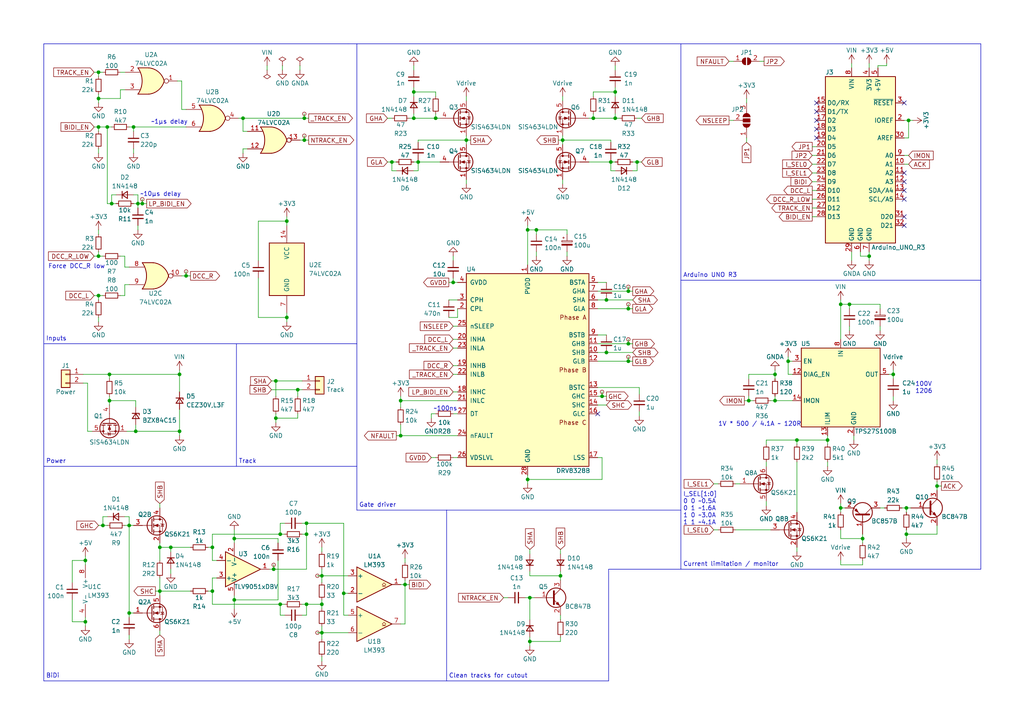
<source format=kicad_sch>
(kicad_sch (version 20231120) (generator "eeschema") (generator_version "8.0")
  (paper "A4")
  (title_block (title "OpenRemise DRV8323Shield") (rev "A"))
  (junction (at 37.465 152.4))
  (junction (at 252.095 74.295))
  (junction (at 61.595 171.45))
  (junction (at 93.345 175.26))
  (junction (at 99.695 172.085))
  (junction (at 262.89 154.94))
  (junction (at 153.035 66.675))
  (junction (at 61.595 158.75))
  (junction (at 271.78 140.97))
  (junction (at 177.165 46.99))
  (junction (at 24.765 162.56))
  (junction (at 81.28 175.26))
  (junction (at 120.015 26.67))
  (junction (at 83.185 64.135))
  (junction (at 184.785 46.99))
  (junction (at 126.365 34.29))
  (junction (at 83.185 92.075))
  (junction (at 88.9 175.26))
  (junction (at 28.575 28.575))
  (junction (at 86.36 113.03))
  (junction (at 182.245 99.695))
  (junction (at 24.765 180.34))
  (junction (at 224.79 108.585))
  (junction (at 52.07 125.095))
  (junction (at 40.005 59.055))
  (junction (at 155.575 66.675))
  (junction (at 163.195 40.64))
  (junction (at 37.465 177.8))
  (junction (at 135.255 40.64))
  (junction (at 262.89 147.32))
  (junction (at 113.665 46.99))
  (junction (at 217.17 116.205))
  (junction (at 178.435 26.67))
  (junction (at 131.445 81.915))
  (junction (at 46.355 158.75))
  (junction (at 175.895 102.235))
  (junction (at 259.08 108.585))
  (junction (at 38.735 36.83))
  (junction (at 28.575 36.83))
  (junction (at 246.38 88.265))
  (junction (at 52.07 108.585))
  (junction (at 162.56 167.005))
  (junction (at 116.205 116.205))
  (junction (at 41.275 59.055))
  (junction (at 88.265 34.29))
  (junction (at 28.575 85.725))
  (junction (at 174.625 114.935))
  (junction (at 153.67 173.355))
  (junction (at 172.085 34.29))
  (junction (at 79.375 165.1))
  (junction (at 70.485 34.29))
  (junction (at 28.575 20.955))
  (junction (at 228.6 104.775))
  (junction (at 120.015 34.29))
  (junction (at 182.245 89.535))
  (junction (at 182.245 84.455))
  (junction (at 88.9 151.765))
  (junction (at 117.475 169.545))
  (junction (at 121.285 46.99))
  (junction (at 31.75 108.585))
  (junction (at 46.355 171.45))
  (junction (at 243.84 88.265))
  (junction (at 29.845 152.4))
  (junction (at 240.03 127.635))
  (junction (at 31.115 36.83))
  (junction (at 28.575 74.295))
  (junction (at 53.975 80.01))
  (junction (at 116.205 126.365))
  (junction (at 153.67 186.055))
  (junction (at 67.945 173.99))
  (junction (at 93.345 167.005))
  (junction (at 175.895 86.995))
  (junction (at 231.14 127.635))
  (junction (at 49.53 158.75))
  (junction (at 80.01 110.49))
  (junction (at 178.435 34.29))
  (junction (at 224.79 116.205))
  (junction (at 88.9 154.94))
  (junction (at 80.01 121.285))
  (junction (at 81.28 154.94))
  (junction (at 243.84 147.32))
  (junction (at 263.525 34.925))
  (junction (at 153.035 139.065))
  (junction (at 88.265 40.64))
  (junction (at 39.37 125.095))
  (junction (at 31.75 116.205))
  (junction (at 67.945 156.21))
  (junction (at 250.19 156.21))
  (junction (at 182.245 104.775))
  (junction (at 93.345 183.515))
  (junction (at 32.385 59.055))
  (no_connect (at 262.255 50.165))
  (no_connect (at 262.255 52.705))
  (no_connect (at 262.255 57.785))
  (no_connect (at 262.255 29.845))
  (no_connect (at 262.255 62.865))
  (no_connect (at 236.855 32.385))
  (no_connect (at 236.855 37.465))
  (no_connect (at 173.355 120.015))
  (no_connect (at 262.255 55.245))
  (no_connect (at 262.255 65.405))
  (no_connect (at 236.855 40.005))
  (no_connect (at 236.855 29.845))
  (no_connect (at 236.855 34.925))
  (wire (pts (xy 121.285 46.99) (xy 127.635 46.99)))
  (wire (pts (xy 240.03 127.635) (xy 240.03 128.905)))
  (wire (pts (xy 31.75 108.585) (xy 31.75 109.855)))
  (wire (pts (xy 178.435 26.67) (xy 178.435 27.94)))
  (wire (pts (xy 40.005 56.515) (xy 40.005 59.055)))
  (wire (pts (xy 222.25 145.415) (xy 222.25 146.685)))
  (wire (pts (xy 182.245 88.265) (xy 182.245 89.535)))
  (wire (pts (xy 77.47 19.05) (xy 77.47 20.32)))
  (wire (pts (xy 93.345 183.515) (xy 100.965 183.515)))
  (wire (pts (xy 53.975 78.74) (xy 53.975 80.01)))
  (wire (pts (xy 259.08 108.585) (xy 259.08 109.855)))
  (wire (pts (xy 116.205 116.205) (xy 116.205 118.11)))
  (wire (pts (xy 34.925 26.035) (xy 34.925 28.575)))
  (wire (pts (xy 174.625 132.715) (xy 174.625 139.065)))
  (wire (pts (xy 52.07 125.095) (xy 52.07 126.365)))
  (wire (pts (xy 34.925 85.725) (xy 36.195 85.725)))
  (wire (pts (xy 235.585 57.785) (xy 236.855 57.785)))
  (wire (pts (xy 235.585 50.165) (xy 236.855 50.165)))
  (wire (pts (xy 34.925 20.955) (xy 36.195 20.955)))
  (wire (pts (xy 257.81 108.585) (xy 259.08 108.585)))
  (wire (pts (xy 217.17 116.205) (xy 218.44 116.205)))
  (polyline (pts (xy 12.7 99.695) (xy 103.505 99.695)))
  (wire (pts (xy 259.08 107.315) (xy 259.08 108.585)))
  (polyline (pts (xy 129.54 147.955) (xy 197.485 147.955)))
  (wire (pts (xy 120.015 46.99) (xy 121.285 46.99)))
  (wire (pts (xy 24.765 162.56) (xy 24.765 163.83)))
  (wire (pts (xy 240.03 133.985) (xy 240.03 135.255)))
  (wire (pts (xy 243.84 86.995) (xy 243.84 88.265)))
  (wire (pts (xy 121.285 46.99) (xy 121.285 49.53)))
  (wire (pts (xy 31.75 116.205) (xy 31.75 117.475)))
  (wire (pts (xy 117.475 161.925) (xy 117.475 163.195)))
  (wire (pts (xy 255.27 89.535) (xy 255.27 88.265)))
  (wire (pts (xy 262.255 40.005) (xy 263.525 40.005)))
  (wire (pts (xy 81.28 175.26) (xy 82.55 175.26)))
  (wire (pts (xy 132.715 89.535) (xy 132.715 92.075)))
  (wire (pts (xy 153.035 66.675) (xy 153.035 76.835)))
  (wire (pts (xy 46.355 158.75) (xy 46.355 162.56)))
  (wire (pts (xy 173.355 112.395) (xy 185.42 112.395)))
  (wire (pts (xy 27.305 74.295) (xy 28.575 74.295)))
  (wire (pts (xy 163.195 52.07) (xy 163.195 53.34)))
  (wire (pts (xy 60.325 171.45) (xy 61.595 171.45)))
  (wire (pts (xy 92.075 183.515) (xy 93.345 183.515)))
  (wire (pts (xy 71.755 43.18) (xy 70.485 43.18)))
  (wire (pts (xy 220.345 17.78) (xy 221.615 17.78)))
  (wire (pts (xy 131.445 74.295) (xy 131.445 75.565)))
  (wire (pts (xy 36.83 125.095) (xy 39.37 125.095)))
  (polyline (pts (xy 12.7 135.255) (xy 103.505 135.255)))
  (wire (pts (xy 224.79 116.205) (xy 229.87 116.205)))
  (wire (pts (xy 71.755 38.1) (xy 70.485 38.1)))
  (wire (pts (xy 27.305 36.83) (xy 28.575 36.83)))
  (wire (pts (xy 183.515 49.53) (xy 184.785 49.53)))
  (wire (pts (xy 240.03 127.635) (xy 240.03 126.365)))
  (wire (pts (xy 255.27 147.32) (xy 256.54 147.32)))
  (wire (pts (xy 126.365 27.94) (xy 126.365 26.67)))
  (wire (pts (xy 262.255 47.625) (xy 263.525 47.625)))
  (wire (pts (xy 229.87 108.585) (xy 228.6 108.585)))
  (wire (pts (xy 27.305 85.725) (xy 28.575 85.725)))
  (wire (pts (xy 81.28 175.26) (xy 81.28 178.435)))
  (wire (pts (xy 131.445 100.965) (xy 132.715 100.965)))
  (wire (pts (xy 83.185 92.075) (xy 83.185 93.345)))
  (wire (pts (xy 182.245 89.535) (xy 183.515 89.535)))
  (wire (pts (xy 39.37 116.205) (xy 31.75 116.205)))
  (wire (pts (xy 184.785 49.53) (xy 184.785 46.99)))
  (wire (pts (xy 131.445 132.715) (xy 132.715 132.715)))
  (wire (pts (xy 117.475 169.545) (xy 117.475 180.975)))
  (wire (pts (xy 61.595 175.26) (xy 81.28 175.26)))
  (wire (pts (xy 31.115 36.83) (xy 32.385 36.83)))
  (wire (pts (xy 82.55 178.435) (xy 81.28 178.435)))
  (wire (pts (xy 263.525 40.005) (xy 263.525 34.925)))
  (wire (pts (xy 153.67 173.355) (xy 154.94 173.355)))
  (wire (pts (xy 100.965 172.085) (xy 99.695 172.085)))
  (wire (pts (xy 40.005 65.405) (xy 40.005 66.675)))
  (wire (pts (xy 153.035 139.065) (xy 153.035 140.335)))
  (wire (pts (xy 114.935 126.365) (xy 116.205 126.365)))
  (wire (pts (xy 38.735 59.055) (xy 40.005 59.055)))
  (wire (pts (xy 235.585 52.705) (xy 236.855 52.705)))
  (wire (pts (xy 262.89 147.32) (xy 264.16 147.32)))
  (wire (pts (xy 175.895 86.995) (xy 183.515 86.995)))
  (wire (pts (xy 46.355 171.45) (xy 55.245 171.45)))
  (wire (pts (xy 117.475 168.275) (xy 117.475 169.545)))
  (wire (pts (xy 153.67 186.055) (xy 162.56 186.055)))
  (wire (pts (xy 130.175 92.075) (xy 132.715 92.075)))
  (wire (pts (xy 217.17 109.855) (xy 217.17 108.585)))
  (wire (pts (xy 83.185 64.135) (xy 83.185 65.405)))
  (wire (pts (xy 271.78 140.97) (xy 273.05 140.97)))
  (wire (pts (xy 243.84 88.265) (xy 246.38 88.265)))
  (wire (pts (xy 153.67 159.385) (xy 153.67 160.655)))
  (wire (pts (xy 116.205 180.975) (xy 117.475 180.975)))
  (wire (pts (xy 186.055 46.99) (xy 184.785 46.99)))
  (wire (pts (xy 31.115 36.83) (xy 31.115 59.055)))
  (wire (pts (xy 67.945 156.21) (xy 67.945 157.48)))
  (wire (pts (xy 120.015 19.05) (xy 120.015 20.32)))
  (wire (pts (xy 38.735 177.8) (xy 37.465 177.8)))
  (wire (pts (xy 182.245 98.425) (xy 182.245 99.695)))
  (wire (pts (xy 81.915 19.05) (xy 81.915 20.32)))
  (wire (pts (xy 46.355 146.05) (xy 46.355 147.32)))
  (wire (pts (xy 162.56 178.435) (xy 162.56 179.705)))
  (wire (pts (xy 217.17 114.935) (xy 217.17 116.205)))
  (wire (pts (xy 271.78 152.4) (xy 271.78 154.94)))
  (wire (pts (xy 121.285 41.275) (xy 121.285 40.64)))
  (wire (pts (xy 177.165 46.355) (xy 177.165 46.99)))
  (wire (pts (xy 163.195 40.64) (xy 163.195 41.91)))
  (wire (pts (xy 162.56 184.785) (xy 162.56 186.055)))
  (polyline (pts (xy 12.7 12.7) (xy 100.965 12.7)))
  (wire (pts (xy 184.785 46.99) (xy 183.515 46.99)))
  (wire (pts (xy 121.285 46.355) (xy 121.285 46.99)))
  (wire (pts (xy 135.255 40.64) (xy 135.255 41.91)))
  (wire (pts (xy 146.05 173.355) (xy 147.32 173.355)))
  (wire (pts (xy 34.925 28.575) (xy 28.575 28.575)))
  (wire (pts (xy 224.79 108.585) (xy 224.79 107.315)))
  (wire (pts (xy 175.895 102.235) (xy 183.515 102.235)))
  (wire (pts (xy 88.9 175.26) (xy 93.345 175.26)))
  (wire (pts (xy 38.735 36.83) (xy 38.735 38.1)))
  (wire (pts (xy 93.345 173.99) (xy 93.345 175.26)))
  (wire (pts (xy 25.4 125.095) (xy 25.4 111.125)))
  (wire (pts (xy 177.165 40.64) (xy 163.195 40.64)))
  (wire (pts (xy 93.345 167.005) (xy 100.965 167.005)))
  (wire (pts (xy 99.695 151.765) (xy 99.695 172.085)))
  (wire (pts (xy 215.9 116.205) (xy 217.17 116.205)))
  (wire (pts (xy 235.585 42.545) (xy 236.855 42.545)))
  (wire (pts (xy 155.575 66.675) (xy 155.575 67.945)))
  (wire (pts (xy 178.435 34.29) (xy 172.085 34.29)))
  (wire (pts (xy 93.345 175.26) (xy 93.345 176.53)))
  (wire (pts (xy 36.195 82.55) (xy 37.465 82.55)))
  (wire (pts (xy 135.255 39.37) (xy 135.255 40.64)))
  (wire (pts (xy 116.205 126.365) (xy 132.715 126.365)))
  (wire (pts (xy 32.385 56.515) (xy 33.655 56.515)))
  (wire (pts (xy 80.01 120.015) (xy 80.01 121.285)))
  (wire (pts (xy 116.205 123.19) (xy 116.205 126.365)))
  (wire (pts (xy 88.9 178.435) (xy 88.9 175.26)))
  (wire (pts (xy 173.355 102.235) (xy 175.895 102.235)))
  (wire (pts (xy 37.465 177.8) (xy 37.465 179.07)))
  (wire (pts (xy 131.445 108.585) (xy 132.715 108.585)))
  (wire (pts (xy 24.765 180.34) (xy 24.765 181.61)))
  (wire (pts (xy 250.19 156.21) (xy 250.19 154.94)))
  (polyline (pts (xy 103.505 147.955) (xy 129.54 147.955)))
  (wire (pts (xy 93.345 158.75) (xy 93.345 160.02)))
  (wire (pts (xy 82.55 154.94) (xy 81.28 154.94)))
  (wire (pts (xy 28.575 74.295) (xy 29.845 74.295)))
  (wire (pts (xy 173.355 114.935) (xy 174.625 114.935)))
  (wire (pts (xy 182.245 83.185) (xy 182.245 84.455)))
  (polyline (pts (xy 129.54 197.485) (xy 129.54 147.955)))
  (wire (pts (xy 61.595 171.45) (xy 61.595 167.64)))
  (wire (pts (xy 155.575 66.675) (xy 164.465 66.675)))
  (wire (pts (xy 262.255 45.085) (xy 263.525 45.085)))
  (wire (pts (xy 263.525 34.925) (xy 264.795 34.925)))
  (wire (pts (xy 41.275 59.055) (xy 42.545 59.055)))
  (wire (pts (xy 222.25 127.635) (xy 231.14 127.635)))
  (wire (pts (xy 130.175 81.915) (xy 131.445 81.915)))
  (wire (pts (xy 82.55 151.765) (xy 81.28 151.765)))
  (wire (pts (xy 93.345 183.515) (xy 93.345 185.42)))
  (wire (pts (xy 185.42 119.38) (xy 185.42 120.65)))
  (wire (pts (xy 243.84 147.32) (xy 243.84 148.59)))
  (wire (pts (xy 27.305 20.955) (xy 28.575 20.955)))
  (wire (pts (xy 224.79 108.585) (xy 224.79 109.855)))
  (polyline (pts (xy 284.48 81.28) (xy 197.485 81.28)))
  (wire (pts (xy 120.015 33.02) (xy 120.015 34.29)))
  (wire (pts (xy 79.375 165.1) (xy 88.9 165.1)))
  (wire (pts (xy 40.005 59.055) (xy 40.005 60.325)))
  (wire (pts (xy 271.78 140.97) (xy 271.78 142.24)))
  (wire (pts (xy 80.01 110.49) (xy 87.63 110.49)))
  (wire (pts (xy 83.185 90.805) (xy 83.185 92.075)))
  (wire (pts (xy 216.535 40.005) (xy 216.535 41.275)))
  (wire (pts (xy 178.435 33.02) (xy 178.435 34.29)))
  (wire (pts (xy 79.375 163.83) (xy 79.375 165.1)))
  (wire (pts (xy 78.105 165.1) (xy 79.375 165.1)))
  (wire (pts (xy 252.095 74.295) (xy 252.095 75.565)))
  (wire (pts (xy 172.085 27.94) (xy 172.085 26.67)))
  (wire (pts (xy 178.435 49.53) (xy 177.165 49.53)))
  (polyline (pts (xy 68.58 99.695) (xy 68.58 135.255)))
  (wire (pts (xy 118.745 34.29) (xy 120.015 34.29)))
  (wire (pts (xy 28.575 20.955) (xy 28.575 22.225)))
  (wire (pts (xy 67.945 153.67) (xy 67.945 156.21)))
  (wire (pts (xy 249.555 74.295) (xy 252.095 74.295)))
  (wire (pts (xy 243.84 163.83) (xy 250.19 163.83)))
  (wire (pts (xy 131.445 106.045) (xy 132.715 106.045)))
  (wire (pts (xy 112.395 34.29) (xy 113.665 34.29)))
  (wire (pts (xy 173.355 132.715) (xy 174.625 132.715)))
  (wire (pts (xy 247.015 73.025) (xy 247.015 75.565)))
  (wire (pts (xy 28.575 28.575) (xy 28.575 29.845)))
  (wire (pts (xy 116.205 114.935) (xy 116.205 116.205)))
  (wire (pts (xy 40.005 59.055) (xy 41.275 59.055)))
  (wire (pts (xy 163.195 39.37) (xy 163.195 40.64)))
  (wire (pts (xy 125.095 120.015) (xy 125.095 121.285)))
  (wire (pts (xy 28.575 27.305) (xy 28.575 28.575)))
  (wire (pts (xy 39.37 125.095) (xy 52.07 125.095)))
  (wire (pts (xy 182.245 99.695) (xy 183.515 99.695)))
  (wire (pts (xy 135.255 52.07) (xy 135.255 53.34)))
  (wire (pts (xy 61.595 171.45) (xy 61.595 175.26)))
  (wire (pts (xy 86.995 19.05) (xy 86.995 20.32)))
  (wire (pts (xy 24.13 108.585) (xy 31.75 108.585)))
  (wire (pts (xy 228.6 104.775) (xy 228.6 108.585)))
  (wire (pts (xy 120.015 26.67) (xy 126.365 26.67)))
  (wire (pts (xy 174.625 114.935) (xy 175.895 114.935)))
  (wire (pts (xy 213.36 140.335) (xy 214.63 140.335)))
  (wire (pts (xy 87.63 178.435) (xy 88.9 178.435)))
  (wire (pts (xy 99.695 178.435) (xy 100.965 178.435)))
  (wire (pts (xy 86.36 113.03) (xy 86.36 114.935)))
  (wire (pts (xy 20.955 162.56) (xy 24.765 162.56)))
  (wire (pts (xy 52.07 118.745) (xy 52.07 125.095)))
  (wire (pts (xy 131.445 113.665) (xy 132.715 113.665)))
  (wire (pts (xy 245.11 147.32) (xy 243.84 147.32)))
  (wire (pts (xy 162.56 159.385) (xy 162.56 160.655)))
  (wire (pts (xy 28.575 66.675) (xy 28.575 67.945)))
  (wire (pts (xy 32.385 59.055) (xy 32.385 56.515)))
  (wire (pts (xy 271.78 154.94) (xy 262.89 154.94)))
  (wire (pts (xy 46.355 171.45) (xy 46.355 172.72)))
  (wire (pts (xy 120.015 26.67) (xy 120.015 27.94)))
  (wire (pts (xy 178.435 25.4) (xy 178.435 26.67)))
  (wire (pts (xy 172.085 33.02) (xy 172.085 34.29)))
  (wire (pts (xy 92.075 167.005) (xy 93.345 167.005)))
  (wire (pts (xy 121.285 40.64) (xy 135.255 40.64)))
  (wire (pts (xy 173.355 81.915) (xy 175.895 81.915)))
  (wire (pts (xy 88.9 151.765) (xy 88.9 154.94)))
  (wire (pts (xy 120.015 34.29) (xy 126.365 34.29)))
  (wire (pts (xy 74.93 64.135) (xy 83.185 64.135)))
  (wire (pts (xy 185.42 112.395) (xy 185.42 114.3)))
  (wire (pts (xy 67.945 173.99) (xy 67.945 176.53)))
  (wire (pts (xy 78.74 110.49) (xy 80.01 110.49)))
  (wire (pts (xy 86.36 113.03) (xy 87.63 113.03)))
  (wire (pts (xy 61.595 154.94) (xy 61.595 158.75)))
  (wire (pts (xy 78.74 113.03) (xy 86.36 113.03)))
  (wire (pts (xy 120.015 25.4) (xy 120.015 26.67)))
  (wire (pts (xy 93.345 165.1) (xy 93.345 167.005)))
  (wire (pts (xy 222.25 133.985) (xy 222.25 135.255)))
  (wire (pts (xy 153.67 184.785) (xy 153.67 186.055)))
  (wire (pts (xy 37.465 36.83) (xy 38.735 36.83)))
  (wire (pts (xy 223.52 116.205) (xy 224.79 116.205)))
  (wire (pts (xy 53.975 80.01) (xy 55.245 80.01)))
  (wire (pts (xy 36.195 149.86) (xy 37.465 149.86)))
  (wire (pts (xy 52.705 31.75) (xy 53.975 31.75)))
  (wire (pts (xy 174.625 139.065) (xy 153.035 139.065)))
  (wire (pts (xy 88.9 151.765) (xy 99.695 151.765)))
  (wire (pts (xy 131.445 81.915) (xy 132.715 81.915)))
  (wire (pts (xy 49.53 158.75) (xy 49.53 160.02)))
  (wire (pts (xy 130.175 86.995) (xy 132.715 86.995)))
  (wire (pts (xy 29.845 152.4) (xy 31.115 152.4)))
  (wire (pts (xy 99.695 172.085) (xy 99.695 178.435)))
  (wire (pts (xy 271.78 139.7) (xy 271.78 140.97)))
  (wire (pts (xy 41.275 57.785) (xy 41.275 59.055)))
  (wire (pts (xy 81.28 151.765) (xy 81.28 154.94)))
  (wire (pts (xy 116.205 116.205) (xy 132.715 116.205)))
  (wire (pts (xy 26.67 125.095) (xy 25.4 125.095)))
  (wire (pts (xy 255.27 94.615) (xy 255.27 95.885)))
  (wire (pts (xy 80.01 110.49) (xy 80.01 114.935)))
  (wire (pts (xy 173.355 104.775) (xy 182.245 104.775)))
  (wire (pts (xy 172.085 34.29) (xy 170.815 34.29)))
  (wire (pts (xy 34.925 74.295) (xy 36.195 74.295)))
  (wire (pts (xy 222.25 128.905) (xy 222.25 127.635)))
  (wire (pts (xy 70.485 34.29) (xy 88.265 34.29)))
  (wire (pts (xy 257.175 18.415) (xy 257.175 19.05)))
  (wire (pts (xy 217.17 108.585) (xy 224.79 108.585)))
  (polyline (pts (xy 284.48 12.7) (xy 284.48 165.1)))
  (wire (pts (xy 125.095 132.715) (xy 126.365 132.715)))
  (wire (pts (xy 80.645 162.56) (xy 80.645 173.99)))
  (wire (pts (xy 70.485 38.1) (xy 70.485 34.29)))
  (wire (pts (xy 117.475 169.545) (xy 118.745 169.545)))
  (wire (pts (xy 235.585 62.865) (xy 236.855 62.865)))
  (wire (pts (xy 36.195 26.035) (xy 34.925 26.035)))
  (wire (pts (xy 37.465 152.4) (xy 37.465 177.8)))
  (wire (pts (xy 87.63 175.26) (xy 88.9 175.26)))
  (wire (pts (xy 135.255 27.94) (xy 135.255 29.21)))
  (wire (pts (xy 262.255 34.925) (xy 263.525 34.925)))
  (wire (pts (xy 20.955 173.99) (xy 20.955 180.34)))
  (wire (pts (xy 46.355 157.48) (xy 46.355 158.75)))
  (wire (pts (xy 25.4 111.125) (xy 24.13 111.125)))
  (wire (pts (xy 231.14 127.635) (xy 240.03 127.635)))
  (wire (pts (xy 247.015 18.415) (xy 247.015 19.685)))
  (wire (pts (xy 86.36 120.015) (xy 86.36 121.285)))
  (wire (pts (xy 28.575 85.725) (xy 29.845 85.725)))
  (wire (pts (xy 243.84 146.05) (xy 243.84 147.32)))
  (wire (pts (xy 28.575 85.725) (xy 28.575 86.995)))
  (polyline (pts (xy 197.485 81.28) (xy 197.485 12.7)))
  (wire (pts (xy 31.75 114.935) (xy 31.75 116.205)))
  (wire (pts (xy 153.035 65.405) (xy 153.035 66.675)))
  (wire (pts (xy 224.79 116.205) (xy 224.79 114.935)))
  (wire (pts (xy 252.095 18.415) (xy 252.095 19.685)))
  (wire (pts (xy 36.195 85.725) (xy 36.195 82.55)))
  (wire (pts (xy 61.595 158.75) (xy 61.595 162.56)))
  (wire (pts (xy 116.205 169.545) (xy 117.475 169.545)))
  (wire (pts (xy 36.195 152.4) (xy 37.465 152.4)))
  (wire (pts (xy 83.185 62.865) (xy 83.185 64.135)))
  (wire (pts (xy 231.14 133.985) (xy 231.14 148.59)))
  (wire (pts (xy 46.355 158.75) (xy 49.53 158.75)))
  (wire (pts (xy 49.53 158.75) (xy 55.245 158.75)))
  (wire (pts (xy 31.75 108.585) (xy 52.07 108.585)))
  (wire (pts (xy 173.355 84.455) (xy 182.245 84.455)))
  (wire (pts (xy 153.035 66.675) (xy 155.575 66.675)))
  (wire (pts (xy 177.165 41.275) (xy 177.165 40.64)))
  (wire (pts (xy 152.4 173.355) (xy 153.67 173.355)))
  (wire (pts (xy 46.355 182.88) (xy 46.355 184.15)))
  (wire (pts (xy 80.645 157.48) (xy 80.645 156.21)))
  (wire (pts (xy 88.265 34.29) (xy 89.535 34.29)))
  (wire (pts (xy 182.245 84.455) (xy 183.515 84.455)))
  (wire (pts (xy 114.935 49.53) (xy 113.665 49.53)))
  (wire (pts (xy 163.195 40.64) (xy 161.925 40.64)))
  (wire (pts (xy 126.365 34.29) (xy 127.635 34.29)))
  (wire (pts (xy 271.78 133.35) (xy 271.78 134.62)))
  (wire (pts (xy 213.36 153.67) (xy 223.52 153.67)))
  (wire (pts (xy 74.93 64.135) (xy 74.93 75.565)))
  (wire (pts (xy 155.575 73.025) (xy 155.575 74.295)))
  (wire (pts (xy 86.36 121.285) (xy 80.01 121.285)))
  (wire (pts (xy 246.38 88.265) (xy 255.27 88.265)))
  (wire (pts (xy 246.38 94.615) (xy 246.38 95.885)))
  (wire (pts (xy 37.465 152.4) (xy 38.735 152.4)))
  (wire (pts (xy 93.345 181.61) (xy 93.345 183.515)))
  (wire (pts (xy 31.115 59.055) (xy 32.385 59.055)))
  (wire (pts (xy 51.435 23.495) (xy 52.705 23.495)))
  (wire (pts (xy 88.265 39.37) (xy 88.265 40.64)))
  (wire (pts (xy 126.365 120.015) (xy 125.095 120.015)))
  (wire (pts (xy 235.585 60.325) (xy 236.855 60.325)))
  (wire (pts (xy 250.19 163.83) (xy 250.19 162.56)))
  (wire (pts (xy 33.655 59.055) (xy 32.385 59.055)))
  (wire (pts (xy 173.355 99.695) (xy 182.245 99.695)))
  (wire (pts (xy 252.095 73.025) (xy 252.095 74.295)))
  (wire (pts (xy 162.56 167.005) (xy 162.56 168.275)))
  (wire (pts (xy 29.845 149.86) (xy 29.845 152.4)))
  (wire (pts (xy 228.6 103.505) (xy 228.6 104.775)))
  (wire (pts (xy 28.575 92.075) (xy 28.575 93.345)))
  (wire (pts (xy 28.575 74.295) (xy 28.575 73.025)))
  (wire (pts (xy 80.01 121.285) (xy 80.01 122.555)))
  (wire (pts (xy 88.265 40.64) (xy 89.535 40.64)))
  (polyline (pts (xy 12.7 197.485) (xy 176.53 197.485)))
  (wire (pts (xy 131.445 98.425) (xy 132.715 98.425)))
  (wire (pts (xy 179.705 34.29) (xy 178.435 34.29)))
  (wire (pts (xy 182.245 104.775) (xy 183.515 104.775)))
  (wire (pts (xy 162.56 165.735) (xy 162.56 167.005)))
  (wire (pts (xy 131.445 120.015) (xy 132.715 120.015)))
  (wire (pts (xy 86.995 40.64) (xy 88.265 40.64)))
  (wire (pts (xy 28.575 43.18) (xy 28.575 44.45)))
  (wire (pts (xy 243.84 153.67) (xy 243.84 156.21)))
  (wire (pts (xy 126.365 33.02) (xy 126.365 34.29)))
  (polyline (pts (xy 284.48 12.7) (xy 100.965 12.7)))
  (wire (pts (xy 87.63 151.765) (xy 88.9 151.765)))
  (wire (pts (xy 24.765 179.07) (xy 24.765 180.34)))
  (wire (pts (xy 131.445 94.615) (xy 132.715 94.615)))
  (wire (pts (xy 28.575 36.83) (xy 28.575 38.1)))
  (wire (pts (xy 207.01 140.335) (xy 208.28 140.335)))
  (wire (pts (xy 37.465 149.86) (xy 37.465 152.4)))
  (wire (pts (xy 20.955 180.34) (xy 24.765 180.34)))
  (wire (pts (xy 246.38 88.265) (xy 246.38 89.535)))
  (wire (pts (xy 120.015 49.53) (xy 121.285 49.53)))
  (wire (pts (xy 250.19 156.21) (xy 250.19 157.48)))
  (wire (pts (xy 177.165 46.99) (xy 170.815 46.99)))
  (wire (pts (xy 24.765 161.29) (xy 24.765 162.56)))
  (wire (pts (xy 177.165 46.99) (xy 177.165 49.53)))
  (wire (pts (xy 60.325 158.75) (xy 61.595 158.75)))
  (wire (pts (xy 28.575 20.955) (xy 29.845 20.955)))
  (wire (pts (xy 49.53 165.1) (xy 49.53 166.37)))
  (wire (pts (xy 69.215 34.29) (xy 70.485 34.29)))
  (wire (pts (xy 80.645 173.99) (xy 67.945 173.99)))
  (wire (pts (xy 235.585 55.245) (xy 236.855 55.245)))
  (wire (pts (xy 178.435 26.67) (xy 172.085 26.67)))
  (wire (pts (xy 247.65 126.365) (xy 247.65 127.635)))
  (wire (pts (xy 173.355 89.535) (xy 182.245 89.535)))
  (wire (pts (xy 20.955 168.91) (xy 20.955 162.56)))
  (polyline (pts (xy 12.7 12.7) (xy 12.7 197.485)))
  (polyline (pts (xy 176.53 197.485) (xy 176.53 165.1)))
  (wire (pts (xy 74.93 80.645) (xy 74.93 92.075)))
  (wire (pts (xy 52.07 108.585) (xy 52.07 113.665)))
  (wire (pts (xy 93.345 167.005) (xy 93.345 168.91)))
  (wire (pts (xy 39.37 116.205) (xy 39.37 118.11)))
  (wire (pts (xy 173.355 97.155) (xy 175.895 97.155)))
  (wire (pts (xy 70.485 43.18) (xy 70.485 44.45)))
  (wire (pts (xy 211.455 34.925) (xy 212.725 34.925)))
  (wire (pts (xy 93.345 190.5) (xy 93.345 191.77)))
  (wire (pts (xy 36.195 77.47) (xy 37.465 77.47)))
  (wire (pts (xy 163.195 27.94) (xy 163.195 29.21)))
  (wire (pts (xy 243.84 156.21) (xy 250.19 156.21)))
  (wire (pts (xy 37.465 184.15) (xy 37.465 185.42)))
  (wire (pts (xy 259.08 114.935) (xy 259.08 116.205)))
  (wire (pts (xy 153.67 186.055) (xy 153.67 187.325)))
  (wire (pts (xy 153.67 167.005) (xy 162.56 167.005)))
  (polyline (pts (xy 197.485 81.28) (xy 197.485 165.1)))
  (wire (pts (xy 262.89 153.67) (xy 262.89 154.94)))
  (wire (pts (xy 153.67 173.355) (xy 153.67 179.705)))
  (wire (pts (xy 186.055 34.29) (xy 184.785 34.29)))
  (wire (pts (xy 67.945 156.21) (xy 80.645 156.21)))
  (wire (pts (xy 231.14 158.75) (xy 231.14 160.02)))
  (wire (pts (xy 135.255 40.64) (xy 136.525 40.64)))
  (wire (pts (xy 88.265 33.02) (xy 88.265 34.29)))
  (wire (pts (xy 131.445 80.645) (xy 131.445 81.915)))
  (wire (pts (xy 229.87 104.775) (xy 228.6 104.775)))
  (wire (pts (xy 173.355 117.475) (xy 175.895 117.475)))
  (wire (pts (xy 231.14 127.635) (xy 231.14 128.905)))
  (wire (pts (xy 262.89 147.32) (xy 262.89 148.59)))
  (wire (pts (xy 178.435 46.99) (xy 177.165 46.99)))
  (wire (pts (xy 52.07 107.315) (xy 52.07 108.585)))
  (wire (pts (xy 243.84 162.56) (xy 243.84 163.83)))
  (wire (pts (xy 164.465 67.945) (xy 164.465 66.675)))
  (wire (pts (xy 211.455 17.78) (xy 212.725 17.78)))
  (wire (pts (xy 174.625 113.665) (xy 174.625 114.935)))
  (wire (pts (xy 153.035 137.795) (xy 153.035 139.065)))
  (wire (pts (xy 87.63 154.94) (xy 88.9 154.94)))
  (wire (pts (xy 52.705 80.01) (xy 53.975 80.01)))
  (wire (pts (xy 39.37 123.19) (xy 39.37 125.095)))
  (wire (pts (xy 262.89 154.94) (xy 262.89 156.21)))
  (wire (pts (xy 164.465 73.025) (xy 164.465 74.295)))
  (wire (pts (xy 254.635 19.685) (xy 254.635 19.05)))
  (wire (pts (xy 52.705 23.495) (xy 52.705 31.75)))
  (wire (pts (xy 28.575 152.4) (xy 29.845 152.4)))
  (wire (pts (xy 235.585 45.085) (xy 236.855 45.085)))
  (wire (pts (xy 153.67 165.735) (xy 153.67 167.005)))
  (wire (pts (xy 261.62 147.32) (xy 262.89 147.32)))
  (wire (pts (xy 112.395 46.99) (xy 113.665 46.99)))
  (wire (pts (xy 38.735 56.515) (xy 40.005 56.515)))
  (wire (pts (xy 31.115 149.86) (xy 29.845 149.86)))
  (wire (pts (xy 61.595 162.56) (xy 62.865 162.56)))
  (polyline (pts (xy 176.53 165.1) (xy 284.48 165.1)))
  (wire (pts (xy 235.585 47.625) (xy 236.855 47.625)))
  (polyline (pts (xy 103.505 12.7) (xy 103.505 147.955)))
  (wire (pts (xy 36.195 74.295) (xy 36.195 77.47)))
  (wire (pts (xy 182.245 103.505) (xy 182.245 104.775)))
  (wire (pts (xy 243.84 88.265) (xy 243.84 98.425)))
  (wire (pts (xy 113.665 49.53) (xy 113.665 46.99)))
  (wire (pts (xy 207.01 153.67) (xy 208.28 153.67)))
  (wire (pts (xy 113.665 46.99) (xy 114.935 46.99)))
  (wire (pts (xy 249.555 73.025) (xy 249.555 74.295)))
  (wire (pts (xy 216.535 28.575) (xy 216.535 29.845)))
  (wire (pts (xy 173.355 86.995) (xy 175.895 86.995)))
  (wire (pts (xy 61.595 167.64) (xy 62.865 167.64)))
  (wire (pts (xy 74.93 92.075) (xy 83.185 92.075)))
  (wire (pts (xy 67.945 172.72) (xy 67.945 173.99)))
  (wire (pts (xy 178.435 19.05) (xy 178.435 20.32)))
  (wire (pts (xy 45.085 171.45) (xy 46.355 171.45)))
  (wire (pts (xy 38.735 43.18) (xy 38.735 44.45)))
  (wire (pts (xy 38.735 36.83) (xy 53.975 36.83)))
  (wire (pts (xy 254.635 19.05) (xy 257.175 19.05)))
  (wire (pts (xy 88.9 165.1) (xy 88.9 154.94)))
  (wire (pts (xy 81.28 154.94) (xy 61.595 154.94)))
  (wire (pts (xy 28.575 36.83) (xy 31.115 36.83)))
  (wire (pts (xy 46.355 167.64) (xy 46.355 171.45)))
  (text "Track" (at 69.215 134.62 0) (effects (font (size 1.27 1.27)) (justify left bottom)))
  (text "Inputs" (at 13.335 99.06 0) (effects (font (size 1.27 1.27)) (justify left bottom)))
  (text "Clean tracks for cutout" (at 130.175 196.85 0) (effects (font (size 1.27 1.27)) (justify left bottom)))
  (text "~10µs delay" (at 40.64 57.15 0) (effects (font (size 1.27 1.27)) (justify left bottom)))
  (text "BiDi" (at 13.335 196.85 0) (effects (font (size 1.27 1.27)) (justify left bottom)))
  (text "1V * 500 / 4.1A ~ 120R" (at 208.28 123.825 0) (effects (font (size 1.27 1.27)) (justify left bottom)))
  (text "Gate driver" (at 104.14 147.32 0) (effects (font (size 1.27 1.27)) (justify left bottom)))
  (text "Current limitation / monitor" (at 198.12 164.465 0) (effects (font (size 1.27 1.27)) (justify left bottom)))
  (text "100V\n1206" (at 265.43 114.3 0) (effects (font (size 1.27 1.27)) (justify left bottom)))
  (text "Power" (at 13.335 134.62 0) (effects (font (size 1.27 1.27)) (justify left bottom)))
  (text "Force DCC_R low" (at 13.97 78.105 0) (effects (font (size 1.27 1.27)) (justify left bottom)))
  (text "~100ns" (at 125.73 119.38 0) (effects (font (size 1.27 1.27)) (justify left bottom)))
  (text "I_SEL[1:0]\n0 0 ~0.5A\n0 1 ~1.6A\n1 0 ~3.0A\n1 1 ~4.1A" (at 198.12 152.4 0) (effects (font (size 1.27 1.27)) (justify left bottom)))
  (text "Arduino UNO R3" (at 198.12 80.645 0) (effects (font (size 1.27 1.27)) (justify left bottom)))
  (text "~1µs delay" (at 43.815 36.195 0) (effects (font (size 1.27 1.27)) (justify left bottom)))
  (global_label "JP2" (shape output) (at 221.615 17.78 0) (property "Intersheetrefs" "${INTERSHEET_REFS}" (effects (hide yes))))
  (global_label "SHA" (shape input) (at 153.67 159.385 90) (property "Intersheetrefs" "${INTERSHEET_REFS}" (effects (hide yes))))
  (global_label "_TRACK_EN" (shape output) (at 89.535 34.29 0) (property "Intersheetrefs" "${INTERSHEET_REFS}" (effects (hide yes))))
  (global_label "NTRACK_EN" (shape input) (at 146.05 173.355 180) (property "Intersheetrefs" "${INTERSHEET_REFS}" (effects (hide yes))))
  (global_label "SHB" (shape input) (at 78.74 113.03 180) (property "Intersheetrefs" "${INTERSHEET_REFS}" (effects (hide yes))))
  (global_label "_TRACK_EN" (shape input) (at 131.445 108.585 180) (property "Intersheetrefs" "${INTERSHEET_REFS}" (effects (hide yes))))
  (global_label "GHC" (shape output) (at 175.895 114.935 0) (property "Intersheetrefs" "${INTERSHEET_REFS}" (effects (hide yes))))
  (global_label "BIDI_EN" (shape output) (at 235.585 62.865 180) (property "Intersheetrefs" "${INTERSHEET_REFS}" (effects (hide yes))))
  (global_label "ACK" (shape input) (at 263.525 47.625 0) (property "Intersheetrefs" "${INTERSHEET_REFS}" (effects (hide yes))))
  (global_label "GHA" (shape input) (at 112.395 34.29 180) (property "Intersheetrefs" "${INTERSHEET_REFS}" (effects (hide yes))))
  (global_label "BIDI" (shape output) (at 118.745 169.545 0) (property "Intersheetrefs" "${INTERSHEET_REFS}" (effects (hide yes))))
  (global_label "LP_BIDI_EN" (shape input) (at 131.445 113.665 180) (property "Intersheetrefs" "${INTERSHEET_REFS}" (effects (hide yes))))
  (global_label "JP1" (shape input) (at 216.535 41.275 270) (property "Intersheetrefs" "${INTERSHEET_REFS}" (effects (hide yes))))
  (global_label "SHA" (shape output) (at 136.525 40.64 0) (property "Intersheetrefs" "${INTERSHEET_REFS}" (effects (hide yes))))
  (global_label "IMON" (shape input) (at 263.525 45.085 0) (property "Intersheetrefs" "${INTERSHEET_REFS}" (effects (hide yes))))
  (global_label "ACK" (shape output) (at 273.05 140.97 0) (property "Intersheetrefs" "${INTERSHEET_REFS}" (effects (hide yes))))
  (global_label "DCC_L" (shape output) (at 235.585 55.245 180) (property "Intersheetrefs" "${INTERSHEET_REFS}" (effects (hide yes))))
  (global_label "GLA" (shape input) (at 112.395 46.99 180) (property "Intersheetrefs" "${INTERSHEET_REFS}" (effects (hide yes))))
  (global_label "SHC" (shape output) (at 45.085 171.45 180) (property "Intersheetrefs" "${INTERSHEET_REFS}" (effects (hide yes))))
  (global_label "TRACK_EN" (shape input) (at 27.305 20.955 180) (property "Intersheetrefs" "${INTERSHEET_REFS}" (effects (hide yes))))
  (global_label "IMON" (shape output) (at 215.9 116.205 180) (property "Intersheetrefs" "${INTERSHEET_REFS}" (effects (hide yes))))
  (global_label "GLB" (shape output) (at 183.515 104.775 0) (property "Intersheetrefs" "${INTERSHEET_REFS}" (effects (hide yes))))
  (global_label "NFAULT" (shape input) (at 211.455 17.78 180) (property "Intersheetrefs" "${INTERSHEET_REFS}" (effects (hide yes))))
  (global_label "NSLEEP" (shape output) (at 211.455 34.925 180) (property "Intersheetrefs" "${INTERSHEET_REFS}" (effects (hide yes))))
  (global_label "GHB" (shape input) (at 186.055 34.29 0) (property "Intersheetrefs" "${INTERSHEET_REFS}" (effects (hide yes))))
  (global_label "GHC" (shape input) (at 28.575 152.4 180) (property "Intersheetrefs" "${INTERSHEET_REFS}" (effects (hide yes))))
  (global_label "DCC_L" (shape input) (at 27.305 85.725 180) (property "Intersheetrefs" "${INTERSHEET_REFS}" (effects (hide yes))))
  (global_label "LP_BIDI_EN" (shape output) (at 42.545 59.055 0) (property "Intersheetrefs" "${INTERSHEET_REFS}" (effects (hide yes))))
  (global_label "SHA" (shape input) (at 46.355 184.15 270) (property "Intersheetrefs" "${INTERSHEET_REFS}" (effects (hide yes))))
  (global_label "SHB" (shape input) (at 162.56 159.385 90) (property "Intersheetrefs" "${INTERSHEET_REFS}" (effects (hide yes))))
  (global_label "I_SEL0" (shape input) (at 207.01 153.67 180) (property "Intersheetrefs" "${INTERSHEET_REFS}" (effects (hide yes))))
  (global_label "DCC_R_LOW" (shape output) (at 235.585 57.785 180) (property "Intersheetrefs" "${INTERSHEET_REFS}" (effects (hide yes))))
  (global_label "JP2" (shape input) (at 235.585 45.085 180) (property "Intersheetrefs" "${INTERSHEET_REFS}" (effects (hide yes))))
  (global_label "GLB" (shape input) (at 186.055 46.99 0) (property "Intersheetrefs" "${INTERSHEET_REFS}" (effects (hide yes))))
  (global_label "NSLEEP" (shape input) (at 131.445 94.615 180) (property "Intersheetrefs" "${INTERSHEET_REFS}" (effects (hide yes))))
  (global_label "DCC_L" (shape input) (at 131.445 98.425 180) (property "Intersheetrefs" "${INTERSHEET_REFS}" (effects (hide yes))))
  (global_label "DCC_R" (shape input) (at 131.445 106.045 180) (property "Intersheetrefs" "${INTERSHEET_REFS}" (effects (hide yes))))
  (global_label "NTRACK_EN" (shape output) (at 89.535 40.64 0) (property "Intersheetrefs" "${INTERSHEET_REFS}" (effects (hide yes))))
  (global_label "_TRACK_EN" (shape input) (at 131.445 100.965 180) (property "Intersheetrefs" "${INTERSHEET_REFS}" (effects (hide yes))))
  (global_label "NFAULT" (shape output) (at 114.935 126.365 180) (property "Intersheetrefs" "${INTERSHEET_REFS}" (effects (hide yes))))
  (global_label "I_SEL1" (shape input) (at 235.585 50.165 180) (property "Intersheetrefs" "${INTERSHEET_REFS}" (effects (hide yes))))
  (global_label "I_SEL0" (shape input) (at 235.585 47.625 180) (property "Intersheetrefs" "${INTERSHEET_REFS}" (effects (hide yes))))
  (global_label "I_SEL1" (shape input) (at 207.01 140.335 180) (property "Intersheetrefs" "${INTERSHEET_REFS}" (effects (hide yes))))
  (global_label "SHC" (shape bidirectional) (at 175.895 117.475 0) (property "Intersheetrefs" "${INTERSHEET_REFS}" (effects (hide yes))))
  (global_label "TRACK_EN" (shape output) (at 235.585 60.325 180) (property "Intersheetrefs" "${INTERSHEET_REFS}" (effects (hide yes))))
  (global_label "JP1" (shape output) (at 235.585 42.545 180) (property "Intersheetrefs" "${INTERSHEET_REFS}" (effects (hide yes))))
  (global_label "GLA" (shape output) (at 183.515 89.535 0) (property "Intersheetrefs" "${INTERSHEET_REFS}" (effects (hide yes))))
  (global_label "GVDD" (shape output) (at 130.175 81.915 180) (property "Intersheetrefs" "${INTERSHEET_REFS}" (effects (hide yes))))
  (global_label "BIDI" (shape input) (at 235.585 52.705 180) (property "Intersheetrefs" "${INTERSHEET_REFS}" (effects (hide yes))))
  (global_label "GVDD" (shape input) (at 125.095 132.715 180) (property "Intersheetrefs" "${INTERSHEET_REFS}" (effects (hide yes))))
  (global_label "SHB" (shape bidirectional) (at 183.515 102.235 0) (property "Intersheetrefs" "${INTERSHEET_REFS}" (effects (hide yes))))
  (global_label "SHB" (shape output) (at 161.925 40.64 180) (property "Intersheetrefs" "${INTERSHEET_REFS}" (effects (hide yes))))
  (global_label "DCC_R_LOW" (shape input) (at 27.305 74.295 180) (property "Intersheetrefs" "${INTERSHEET_REFS}" (effects (hide yes))))
  (global_label "SHA" (shape input) (at 78.74 110.49 180) (property "Intersheetrefs" "${INTERSHEET_REFS}" (effects (hide yes))))
  (global_label "BIDI_EN" (shape input) (at 27.305 36.83 180) (property "Intersheetrefs" "${INTERSHEET_REFS}" (effects (hide yes))))
  (global_label "DCC_R" (shape output) (at 55.245 80.01 0) (property "Intersheetrefs" "${INTERSHEET_REFS}" (effects (hide yes))))
  (global_label "SHB" (shape input) (at 46.355 146.05 90) (property "Intersheetrefs" "${INTERSHEET_REFS}" (effects (hide yes))))
  (global_label "GHB" (shape output) (at 183.515 99.695 0) (property "Intersheetrefs" "${INTERSHEET_REFS}" (effects (hide yes))))
  (global_label "SHA" (shape bidirectional) (at 183.515 86.995 0) (property "Intersheetrefs" "${INTERSHEET_REFS}" (effects (hide yes))))
  (global_label "GHA" (shape output) (at 183.515 84.455 0) (property "Intersheetrefs" "${INTERSHEET_REFS}" (effects (hide yes))))
  (symbol (lib_id "Device:C_Small") (at 155.575 70.485 0) (unit 1)
    (property "Reference" "C14" (at 157.861 69.342 0) (effects (justify left)))
    (property "Value" "100n" (at 157.861 71.882 0) (effects (justify left)))
    (property "Footprint" "Capacitor_SMD:C_0402_1005Metric" (effects (hide yes)))
  )
  (symbol (lib_id "power:GND") (at 37.465 185.42 0) (unit 1)
    (property "Reference" "#PWR07" (effects (hide yes)))
    (property "Value" "GND" (at 37.465 189.23 0))
  )
  (symbol (lib_id "Device:C_Small") (at 80.645 160.02 0) (mirror y) (unit 1)
    (property "Reference" "C6" (at 78.359 158.877 0) (effects (justify left)))
    (property "Value" "100n" (at 78.359 161.417 0) (effects (justify left)))
    (property "Footprint" "Capacitor_SMD:C_0402_1005Metric" (effects (hide yes)))
  )
  (symbol (lib_id "74xx:7402") (at 79.375 40.64 0) (unit 4)
    (property "Reference" "U2" (at 79.375 33.02 0))
    (property "Value" "74LVC02A" (at 79.375 35.56 0))
    (property "Footprint" "Package_SO:TSSOP-14_4.4x5mm_P0.65mm" (effects (hide yes)))
    (property "Datasheet" "http://www.ti.com/lit/gpn/sn7402" (effects (hide yes)))
  )
  (symbol (lib_id "Device:C_Small") (at 246.38 92.075 0) (unit 1)
    (property "Reference" "C22" (at 248.666 90.932 0) (effects (justify left)))
    (property "Value" "100n" (at 248.666 93.472 0) (effects (justify left)))
    (property "Footprint" "Capacitor_SMD:C_0402_1005Metric" (effects (hide yes)))
  )
  (symbol (lib_id "Device:C_Small") (at 74.93 78.105 0) (mirror y) (unit 1)
    (property "Reference" "C5" (at 72.644 76.962 0) (effects (justify left)))
    (property "Value" "100n" (at 72.644 79.502 0) (effects (justify left)))
    (property "Footprint" "Capacitor_SMD:C_0402_1005Metric" (effects (hide yes)))
  )
  (symbol (lib_id "Device:C_Small") (at 85.09 151.765 90) (unit 1)
    (property "Reference" "C7" (at 85.09 146.05 90))
    (property "Value" "100p" (at 85.09 148.59 90))
    (property "Footprint" "Capacitor_SMD:C_0402_1005Metric" (effects (hide yes)))
  )
  (symbol (lib_id "Device:C_Small") (at 121.285 43.815 0) (unit 1)
    (property "Reference" "C10" (at 123.698 42.545 0) (effects (justify left)))
    (property "Value" "1n" (at 123.698 45.085 0) (effects (justify left)))
    (property "Footprint" "Capacitor_SMD:C_0402_1005Metric" (effects (hide yes)))
  )
  (symbol (lib_id "Device:R_Small") (at 32.385 74.295 90) (mirror x) (unit 1)
    (property "Reference" "R7" (at 32.385 78.74 90))
    (property "Value" "100" (at 32.385 76.2 90))
    (property "Footprint" "Resistor_SMD:R_0402_1005Metric" (effects (hide yes)))
  )
  (symbol (lib_id "Connector_Generic:Conn_01x02") (at 92.71 110.49 0) (unit 1)
    (property "Reference" "J2" (at 94.742 110.6932 0) (effects (justify left)))
    (property "Value" "Track" (at 94.742 113.0046 0) (effects (justify left)))
    (property "Footprint" "Connector_Phoenix_MC:PhoenixContact_MC_1,5_2-G-3.5_1x02_P3.50mm_Horizontal" (effects (hide yes)))
  )
  (symbol (lib_id "Device:C_Small") (at 37.465 181.61 0) (mirror y) (unit 1)
    (property "Reference" "C2" (at 34.925 180.34 0) (effects (justify left)))
    (property "Value" "1n" (at 34.925 182.88 0) (effects (justify left)))
    (property "Footprint" "Capacitor_SMD:C_0402_1005Metric" (effects (hide yes)))
  )
  (symbol (lib_id "Device:Q_Dual_NMOS_G1S2G2D2S1D1") (at 228.6 153.67 0) (unit 2)
    (property "Reference" "Q8" (at 224.79 150.495 0) (effects (justify left)))
    (property "Value" "QS6K21" (at 232.41 156.21 0) (effects (justify left)))
    (property "Footprint" "Package_TO_SOT_SMD:TSOT-23-6" (effects (hide yes)))
  )
  (symbol (lib_id "Device:R_Small") (at 116.205 120.65 180) (unit 1)
    (property "Reference" "R24" (at 117.475 119.38 0) (effects (justify right)))
    (property "Value" "10k" (at 117.475 121.92 0) (effects (justify right)))
    (property "Footprint" "Resistor_SMD:R_0402_1005Metric" (effects (hide yes)))
  )
  (symbol (lib_id "Device:R_Small") (at 231.14 131.445 180) (unit 1)
    (property "Reference" "R39" (at 232.41 130.175 0) (effects (justify right)))
    (property "Value" "2k2" (at 232.41 132.715 0) (effects (justify right)))
    (property "Footprint" "Resistor_SMD:R_0402_1005Metric" (effects (hide yes)))
  )
  (symbol (lib_id "power:+3V3") (at 28.575 66.675 0) (unit 1)
    (property "Reference" "#PWR05" (effects (hide yes)))
    (property "Value" "+3V3" (at 28.575 62.865 0))
  )
  (symbol (lib_id "Device:R_Small") (at 46.355 165.1 0) (mirror x) (unit 1)
    (property "Reference" "R12" (at 45.085 163.83 0) (effects (justify right)))
    (property "Value" "2R2" (at 45.085 166.37 0) (effects (justify right)))
    (property "Footprint" "Resistor_SMD:R_0805_2012Metric_Pad1.20x1.40mm_HandSolder" (effects (hide yes)))
  )
  (symbol (lib_id "power:Vdrive") (at 135.255 27.94 0) (unit 1)
    (property "Reference" "#PWR029" (effects (hide yes)))
    (property "Value" "Vdrive" (at 135.255 24.13 0))
  )
  (symbol (lib_id "power:Vdrive") (at 243.84 162.56 0) (unit 1)
    (property "Reference" "#PWR048" (effects (hide yes)))
    (property "Value" "Vdrive" (at 243.84 158.75 0))
  )
  (symbol (lib_id "Device:R_Small") (at 28.575 89.535 0) (mirror y) (unit 1)
    (property "Reference" "R4" (at 27.305 88.265 0) (effects (justify left)))
    (property "Value" "22k" (at 27.305 90.805 0) (effects (justify left)))
    (property "Footprint" "Resistor_SMD:R_0402_1005Metric" (effects (hide yes)))
  )
  (symbol (lib_id "power:+3V3") (at 93.345 158.75 0) (unit 1)
    (property "Reference" "#PWR022" (effects (hide yes)))
    (property "Value" "+3V3" (at 93.345 154.94 0))
  )
  (symbol (lib_name "SiS454DN_2") (lib_id "Transistor_FET:SiS454DN") (at 132.715 34.29 0) (unit 1)
    (property "Reference" "Q3" (at 130.175 31.115 0) (effects (justify left)))
    (property "Value" "SiS4634LDN" (at 136.525 36.83 0) (effects (justify left)))
    (property "Footprint" "Package_SO:Vishay_PowerPAK_1212-8_Single" (effects (hide yes)))
    (property "Datasheet" "https://www.vishay.com/docs/66707/sis454dn.pdf" (effects (hide yes)))
  )
  (symbol (lib_name "SiS454DN_1") (lib_id "Transistor_FET:SiS454DN") (at 31.75 122.555 90) (mirror x) (unit 1)
    (property "Reference" "Q1" (at 28.575 120.65 90))
    (property "Value" "SiS4634LDN" (at 31.75 128.27 90))
    (property "Footprint" "Package_SO:Vishay_PowerPAK_1212-8_Single" (effects (hide yes)))
    (property "Datasheet" "https://www.vishay.com/docs/66707/sis454dn.pdf" (effects (hide yes)))
  )
  (symbol (lib_id "Device:D_Small") (at 153.67 163.195 270) (mirror x) (unit 1)
    (property "Reference" "D8" (at 151.765 161.925 90) (effects (justify right)))
    (property "Value" "1N4148" (at 151.765 164.465 90) (effects (justify right)))
    (property "Footprint" "Diode_SMD:D_SOD-523" (effects (hide yes)))
    (property "Sim.Device" "D" (effects (hide yes)))
    (property "Sim.Pins" "1=K 2=A" (effects (hide yes)))
  )
  (symbol (lib_id "power:+3V3") (at 264.795 34.925 270) (unit 1)
    (property "Reference" "#PWR060" (effects (hide yes)))
    (property "Value" "+3V3" (at 268.605 34.925 0))
  )
  (symbol (lib_id "Device:R_Small") (at 172.085 30.48 180) (unit 1)
    (property "Reference" "R31" (at 173.355 29.21 0) (effects (justify right)))
    (property "Value" "1k" (at 173.355 31.75 0) (effects (justify right)))
    (property "Footprint" "Resistor_SMD:R_0402_1005Metric" (effects (hide yes)))
  )
  (symbol (lib_id "Device:C_Polarized_Small") (at 164.465 70.485 0) (unit 1)
    (property "Reference" "C15" (at 166.37 68.58 0) (effects (justify left)))
    (property "Value" "100u" (at 166.37 71.12 0) (effects (justify left)))
    (property "Footprint" "Capacitor_SMD:CP_Elec_6.3x7.7" (effects (hide yes)))
  )
  (symbol (lib_id "Comparator:LM393") (at 108.585 169.545 0) (unit 1)
    (property "Reference" "U1" (at 108.585 161.29 0))
    (property "Value" "LM393" (at 108.585 163.83 0))
    (property "Footprint" "Package_SO:SOIC-8_3.9x4.9mm_P1.27mm" (effects (hide yes)))
    (property "Datasheet" "http://www.ti.com/lit/ds/symlink/lm393.pdf" (effects (hide yes)))
  )
  (symbol (lib_id "power:GNDA") (at 86.995 20.32 0) (unit 1)
    (property "Reference" "#PWR021" (effects (hide yes)))
    (property "Value" "GNDA" (at 86.995 24.13 0))
  )
  (symbol (lib_id "Device:R_Small") (at 182.245 34.29 270) (unit 1)
    (property "Reference" "R33" (at 182.245 38.735 90))
    (property "Value" "47" (at 182.245 36.195 90))
    (property "Footprint" "Resistor_SMD:R_0402_1005Metric" (effects (hide yes)))
  )
  (symbol (lib_id "power:GND") (at 153.67 187.325 0) (unit 1)
    (property "Reference" "#PWR033" (effects (hide yes)))
    (property "Value" "GND" (at 153.67 191.135 0))
  )
  (symbol (lib_id "power:GND") (at 155.575 74.295 0) (unit 1)
    (property "Reference" "#PWR034" (effects (hide yes)))
    (property "Value" "GND" (at 155.575 78.105 0))
  )
  (symbol (lib_id "Device:R_Small") (at 80.01 117.475 180) (unit 1)
    (property "Reference" "R15" (at 81.28 116.205 0) (effects (justify right)))
    (property "Value" "4k7" (at 81.28 118.745 0) (effects (justify right)))
    (property "Footprint" "Resistor_SMD:R_0805_2012Metric_Pad1.20x1.40mm_HandSolder" (effects (hide yes)))
  )
  (symbol (lib_id "Connector:TestPoint_Small") (at 174.625 113.665 0) (unit 1)
    (property "Reference" "TP8" (effects (hide yes)))
    (property "Value" "TestPoint_Small" (effects (hide yes)))
    (property "Footprint" "TestPoint:TestPoint_Pad_1.0x1.0mm" (effects (hide yes)))
  )
  (symbol (lib_id "Device:D_Small") (at 36.195 56.515 0) (unit 1)
    (property "Reference" "D2" (at 36.195 51.435 0))
    (property "Value" "1N4148" (at 36.195 53.975 0))
    (property "Footprint" "Diode_SMD:D_SOD-523" (effects (hide yes)))
    (property "Sim.Device" "D" (effects (hide yes)))
    (property "Sim.Pins" "1=K 2=A" (effects (hide yes)))
  )
  (symbol (lib_id "Device:D_Small") (at 153.67 182.245 90) (mirror x) (unit 1)
    (property "Reference" "D9" (at 152.4 180.975 90) (effects (justify left)))
    (property "Value" "1N4148" (at 152.4 183.515 90) (effects (justify left)))
    (property "Footprint" "Diode_SMD:D_SOD-523" (effects (hide yes)))
    (property "Sim.Device" "D" (effects (hide yes)))
    (property "Sim.Pins" "1=K 2=A" (effects (hide yes)))
  )
  (symbol (lib_id "power:GND") (at 131.445 74.295 180) (unit 1)
    (property "Reference" "#PWR028" (effects (hide yes)))
    (property "Value" "GND" (at 131.445 70.485 0))
  )
  (symbol (lib_id "Device:Q_Dual_NMOS_G1S2G2D2S1D1") (at 219.71 140.335 0) (unit 1)
    (property "Reference" "Q8" (at 215.9 137.16 0) (effects (justify left)))
    (property "Value" "QS6K21" (at 223.52 142.875 0) (effects (justify left)))
    (property "Footprint" "Package_TO_SOT_SMD:TSOT-23-6" (effects (hide yes)))
  )
  (symbol (lib_id "Device:R_Small") (at 220.98 116.205 90) (mirror x) (unit 1)
    (property "Reference" "R36" (at 220.98 120.65 90))
    (property "Value" "4k7" (at 220.98 118.11 90))
    (property "Footprint" "Resistor_SMD:R_0402_1005Metric" (effects (hide yes)))
  )
  (symbol (lib_id "Connector:TestPoint_Small") (at 88.265 39.37 0) (unit 1)
    (property "Reference" "TP5" (effects (hide yes)))
    (property "Value" "TestPoint_Small" (effects (hide yes)))
    (property "Footprint" "TestPoint:TestPoint_Pad_1.0x1.0mm" (effects (hide yes)))
  )
  (symbol (lib_id "power:GND") (at 80.01 122.555 0) (mirror y) (unit 1)
    (property "Reference" "#PWR017" (effects (hide yes)))
    (property "Value" "GND" (at 80.01 126.365 0))
  )
  (symbol (lib_id "Comparator:LM393") (at 27.305 171.45 0) (unit 3)
    (property "Reference" "U1" (at 25.4 170.18 0) (effects (justify left)))
    (property "Value" "LM393" (at 25.4 172.72 0) (effects (justify left)))
    (property "Footprint" "Package_SO:SOIC-8_3.9x4.9mm_P1.27mm" (effects (hide yes)))
    (property "Datasheet" "http://www.ti.com/lit/ds/symlink/lm393.pdf" (effects (hide yes)))
  )
  (symbol (lib_id "OpenRemise:TPS27S100B") (at 243.84 112.395 0) (unit 1)
    (property "Reference" "U5" (at 233.68 99.695 0))
    (property "Value" "TPS27S100B" (at 254 125.095 0))
    (property "Footprint" "Package_SO:HTSSOP-14-1EP_4.4x5mm_P0.65mm_EP3.4x5mm_Mask3x3.1mm_ThermalVias" (effects (hide yes)))
  )
  (symbol (lib_id "power:GND") (at 262.89 156.21 0) (unit 1)
    (property "Reference" "#PWR059" (effects (hide yes)))
    (property "Value" "GND" (at 262.89 160.02 0))
  )
  (symbol (lib_id "OpenRemise:VIN") (at 247.015 18.415 0) (unit 1)
    (property "Reference" "#PWR050" (effects (hide yes)))
    (property "Value" "VIN" (at 247.015 14.605 0))
  )
  (symbol (lib_id "power:GND") (at 83.185 93.345 0) (unit 1)
    (property "Reference" "#PWR020" (effects (hide yes)))
    (property "Value" "GND" (at 83.185 97.155 0))
  )
  (symbol (lib_id "power:GND") (at 67.945 153.67 180) (unit 1)
    (property "Reference" "#PWR013" (effects (hide yes)))
    (property "Value" "GND" (at 67.945 149.86 0))
  )
  (symbol (lib_id "power:GND") (at 163.195 53.34 0) (mirror y) (unit 1)
    (property "Reference" "#PWR036" (effects (hide yes)))
    (property "Value" "GND" (at 163.195 57.15 0))
  )
  (symbol (lib_id "power:GND") (at 255.27 95.885 0) (unit 1)
    (property "Reference" "#PWR055" (effects (hide yes)))
    (property "Value" "GND" (at 255.27 99.695 0))
  )
  (symbol (lib_id "Device:C_Small") (at 149.86 173.355 90) (unit 1)
    (property "Reference" "C13" (at 149.86 167.64 90))
    (property "Value" "1n" (at 149.86 170.18 90))
    (property "Footprint" "Capacitor_SMD:C_0402_1005Metric" (effects (hide yes)))
  )
  (symbol (lib_id "Jumper:SolderJumper_2_Open") (at 216.535 17.78 0) (unit 1)
    (property "Reference" "JP1" (at 216.535 15.24 0))
    (property "Value" "SolderJumper_2_Open" (effects (hide yes)))
    (property "Footprint" "Jumper:SolderJumper-2_P1.3mm_Open_Pad1.0x1.5mm" (effects (hide yes)))
  )
  (symbol (lib_id "power:PWR_FLAG") (at 86.995 19.05 0) (unit 1)
    (property "Reference" "#FLG03" (effects (hide yes)))
    (property "Value" "PWR_FLAG" (effects (hide yes)))
  )
  (symbol (lib_id "Connector:TestPoint_Small") (at 79.375 163.83 0) (unit 1)
    (property "Reference" "TP3" (effects (hide yes)))
    (property "Value" "TestPoint_Small" (effects (hide yes)))
    (property "Footprint" "TestPoint:TestPoint_Pad_1.0x1.0mm" (effects (hide yes)))
  )
  (symbol (lib_id "Device:R_Small") (at 31.75 112.395 180) (unit 1)
    (property "Reference" "R5" (at 33.02 111.125 0) (effects (justify right)))
    (property "Value" "10k" (at 33.02 113.665 0) (effects (justify right)))
    (property "Footprint" "Resistor_SMD:R_0402_1005Metric" (effects (hide yes)))
  )
  (symbol (lib_id "Transistor_BJT:BC857") (at 250.19 149.86 270) (mirror x) (unit 1)
    (property "Reference" "Q9" (at 247.015 145.415 90))
    (property "Value" "BC857B" (at 256.54 151.13 90))
    (property "Footprint" "Package_TO_SOT_SMD:SOT-23-3" (effects (hide yes)))
    (property "Datasheet" "https://www.onsemi.com/pub/Collateral/BC860-D.pdf" (effects (hide yes)))
  )
  (symbol (lib_id "Device:D_Zener_Small") (at 52.07 116.205 270) (unit 1)
    (property "Reference" "D5" (at 53.975 114.935 90) (effects (justify left)))
    (property "Value" "CEZ30V,L3F" (at 53.975 117.475 90) (effects (justify left)))
    (property "Footprint" "Diode_SMD:D_SOD-523" (effects (hide yes)))
  )
  (symbol (lib_id "Device:R_Small") (at 271.78 137.16 180) (unit 1)
    (property "Reference" "R45" (at 273.05 135.89 0) (effects (justify right)))
    (property "Value" "10k" (at 273.05 138.43 0) (effects (justify right)))
    (property "Footprint" "Resistor_SMD:R_0402_1005Metric" (effects (hide yes)))
  )
  (symbol (lib_name "GND_19") (lib_id "power:GND") (at 52.07 126.365 0) (unit 1)
    (property "Reference" "#PWR012" (effects (hide yes)))
    (property "Value" "GND" (at 52.07 130.175 0))
  )
  (symbol (lib_id "Device:C_Small") (at 131.445 78.105 0) (mirror y) (unit 1)
    (property "Reference" "C12" (at 129.286 76.962 0) (effects (justify left)))
    (property "Value" "10u" (at 129.286 79.502 0) (effects (justify left)))
    (property "Footprint" "Capacitor_SMD:C_1206_3216Metric" (effects (hide yes)))
  )
  (symbol (lib_id "OpenRemise:VIN") (at 52.07 107.315 0) (unit 1)
    (property "Reference" "#PWR011" (effects (hide yes)))
    (property "Value" "VIN" (at 52.07 103.505 0))
  )
  (symbol (lib_id "Transistor_BJT:BC847") (at 269.24 147.32 0) (unit 1)
    (property "Reference" "Q10" (at 265.43 144.145 0) (effects (justify left)))
    (property "Value" "BC847B" (at 273.05 149.86 0) (effects (justify left)))
    (property "Footprint" "Package_TO_SOT_SMD:SOT-23" (effects (hide yes)))
    (property "Datasheet" "http://www.infineon.com/dgdl/Infineon-BC847SERIES_BC848SERIES_BC849SERIES_BC850SERIES-DS-v01_01-en.pdf?fileId=db3a304314dca389011541d4630a1657" (effects (hide yes)))
  )
  (symbol (lib_id "Device:C_Small") (at 40.005 62.865 0) (unit 1)
    (property "Reference" "C4" (at 41.91 61.595 0) (effects (justify left)))
    (property "Value" "1n" (at 41.91 64.135 0) (effects (justify left)))
    (property "Footprint" "Capacitor_SMD:C_0402_1005Metric" (effects (hide yes)))
  )
  (symbol (lib_id "Device:C_Small") (at 178.435 22.86 0) (unit 1)
    (property "Reference" "C19" (at 180.975 21.59 0) (effects (justify left)))
    (property "Value" "1n" (at 180.975 24.13 0) (effects (justify left)))
    (property "Footprint" "Capacitor_SMD:C_0402_1005Metric" (effects (hide yes)))
  )
  (symbol (lib_id "OpenRemise:Arduino_UNO_R3") (at 249.555 45.085 0) (unit 1)
    (property "Reference" "J3" (at 239.395 20.955 0) (effects (justify left)))
    (property "Value" "Arduino_UNO_R3" (at 252.73 71.755 0) (effects (justify left)))
    (property "Footprint" "OpenRemise:Arduino_UNO_R3_WithMountingHoles" (effects (hide yes)))
    (property "Datasheet" "https://www.arduino.cc/en/Main/arduinoBoardUno" (effects (hide yes)))
  )
  (symbol (lib_id "74xx:7402") (at 83.185 78.105 0) (unit 5)
    (property "Reference" "U2" (at 89.535 76.835 0) (effects (justify left)))
    (property "Value" "74LVC02A" (at 89.535 79.375 0) (effects (justify left)))
    (property "Footprint" "Package_SO:TSSOP-14_4.4x5mm_P0.65mm" (effects (hide yes)))
    (property "Datasheet" "http://www.ti.com/lit/gpn/sn7402" (effects (hide yes)))
  )
  (symbol (lib_id "power:PWR_FLAG") (at 81.915 19.05 0) (unit 1)
    (property "Reference" "#FLG02" (effects (hide yes)))
    (property "Value" "PWR_FLAG" (effects (hide yes)))
  )
  (symbol (lib_id "74xx:7402") (at 43.815 23.495 0) (unit 1)
    (property "Reference" "U2" (at 43.815 15.875 0))
    (property "Value" "74LVC02A" (at 43.815 18.415 0))
    (property "Footprint" "Package_SO:TSSOP-14_4.4x5mm_P0.65mm" (effects (hide yes)))
    (property "Datasheet" "http://www.ti.com/lit/gpn/sn7402" (effects (hide yes)))
  )
  (symbol (lib_id "power:+3V3") (at 83.185 62.865 0) (unit 1)
    (property "Reference" "#PWR019" (effects (hide yes)))
    (property "Value" "+3V3" (at 83.185 59.055 0))
  )
  (symbol (lib_id "power:GND") (at 246.38 95.885 0) (unit 1)
    (property "Reference" "#PWR049" (effects (hide yes)))
    (property "Value" "GND" (at 246.38 99.695 0))
  )
  (symbol (lib_id "power:GND") (at 40.005 66.675 0) (unit 1)
    (property "Reference" "#PWR09" (effects (hide yes)))
    (property "Value" "GND" (at 40.005 70.485 0))
  )
  (symbol (lib_id "Device:R_Small") (at 240.03 131.445 180) (unit 1)
    (property "Reference" "R40" (at 241.3 130.175 0) (effects (justify right)))
    (property "Value" "5k1" (at 241.3 132.715 0) (effects (justify right)))
    (property "Footprint" "Resistor_SMD:R_0402_1005Metric" (effects (hide yes)))
  )
  (symbol (lib_id "Device:C_Small") (at 38.735 40.64 0) (unit 1)
    (property "Reference" "C3" (at 40.64 39.37 0) (effects (justify left)))
    (property "Value" "220p" (at 40.64 41.91 0) (effects (justify left)))
    (property "Footprint" "Capacitor_SMD:C_0402_1005Metric" (effects (hide yes)))
  )
  (symbol (lib_id "power:+3V3") (at 228.6 103.505 0) (unit 1)
    (property "Reference" "#PWR043" (effects (hide yes)))
    (property "Value" "+3V3" (at 228.6 99.695 0))
  )
  (symbol (lib_id "Device:C_Small") (at 20.955 171.45 0) (mirror y) (unit 1)
    (property "Reference" "C1" (at 18.669 170.307 0) (effects (justify left)))
    (property "Value" "100n" (at 18.669 172.847 0) (effects (justify left)))
    (property "Footprint" "Capacitor_SMD:C_0402_1005Metric" (effects (hide yes)))
  )
  (symbol (lib_id "power:GND") (at 178.435 19.05 0) (mirror x) (unit 1)
    (property "Reference" "#PWR038" (effects (hide yes)))
    (property "Value" "GND" (at 178.435 15.24 0))
  )
  (symbol (lib_id "OpenRemise:VIN") (at 243.84 146.05 0) (unit 1)
    (property "Reference" "#PWR047" (effects (hide yes)))
    (property "Value" "VIN" (at 243.84 142.24 0))
  )
  (symbol (lib_id "Device:R_Small") (at 224.79 112.395 180) (unit 1)
    (property "Reference" "R38" (at 226.06 111.125 0) (effects (justify right)))
    (property "Value" "120" (at 226.06 113.665 0) (effects (justify right)))
    (property "Footprint" "Resistor_SMD:R_0402_1005Metric" (effects (hide yes)))
  )
  (symbol (lib_id "Connector:TestPoint_Small") (at 182.245 83.185 0) (unit 1)
    (property "Reference" "TP9" (effects (hide yes)))
    (property "Value" "TestPoint_Small" (effects (hide yes)))
    (property "Footprint" "TestPoint:TestPoint_Pad_1.0x1.0mm" (effects (hide yes)))
  )
  (symbol (lib_id "Device:R_Small") (at 259.08 147.32 270) (unit 1)
    (property "Reference" "R43" (at 259.08 142.494 90))
    (property "Value" "22k" (at 259.08 145.034 90))
    (property "Footprint" "Resistor_SMD:R_0402_1005Metric" (effects (hide yes)))
  )
  (symbol (lib_id "Device:R_Small") (at 117.475 165.735 0) (unit 1)
    (property "Reference" "R26" (at 118.745 164.465 0) (effects (justify left)))
    (property "Value" "10k" (at 118.745 167.005 0) (effects (justify left)))
    (property "Footprint" "Resistor_SMD:R_0402_1005Metric" (effects (hide yes)))
  )
  (symbol (lib_id "Device:C_Small") (at 175.895 99.695 0) (unit 1)
    (property "Reference" "C17" (at 177.8 98.425 0) (effects (justify left)))
    (property "Value" "1u" (at 177.8 100.965 0) (effects (justify left)))
    (property "Footprint" "Capacitor_SMD:C_1206_3216Metric" (effects (hide yes)))
  )
  (symbol (lib_id "Device:R_Small") (at 128.905 132.715 90) (mirror x) (unit 1)
    (property "Reference" "R29" (at 128.905 137.16 90))
    (property "Value" "100k" (at 128.905 134.62 90))
    (property "Footprint" "Resistor_SMD:R_0402_1005Metric" (effects (hide yes)))
  )
  (symbol (lib_id "power:GND") (at 81.915 20.32 0) (unit 1)
    (property "Reference" "#PWR018" (effects (hide yes)))
    (property "Value" "GND" (at 81.915 24.13 0))
  )
  (symbol (lib_id "Connector:TestPoint_Small") (at 88.265 33.02 0) (unit 1)
    (property "Reference" "TP4" (effects (hide yes)))
    (property "Value" "TestPoint_Small" (effects (hide yes)))
    (property "Footprint" "TestPoint:TestPoint_Pad_1.0x1.0mm" (effects (hide yes)))
  )
  (symbol (lib_id "Device:D_Small") (at 162.56 163.195 90) (unit 1)
    (property "Reference" "D10" (at 164.465 161.925 90) (effects (justify right)))
    (property "Value" "1N4148" (at 164.465 164.465 90) (effects (justify right)))
    (property "Footprint" "Diode_SMD:D_SOD-523" (effects (hide yes)))
    (property "Sim.Device" "D" (effects (hide yes)))
    (property "Sim.Pins" "1=K 2=A" (effects (hide yes)))
  )
  (symbol (lib_id "Device:R_Small") (at 93.345 171.45 180) (unit 1)
    (property "Reference" "R20" (at 94.615 170.18 0) (effects (justify right)))
    (property "Value" "33" (at 94.615 172.72 0) (effects (justify right)))
    (property "Footprint" "Resistor_SMD:R_0402_1005Metric" (effects (hide yes)))
  )
  (symbol (lib_id "Device:R_Small") (at 243.84 151.13 0) (mirror x) (unit 1)
    (property "Reference" "R41" (at 242.57 149.86 0) (effects (justify right)))
    (property "Value" "1k" (at 242.57 152.4 0) (effects (justify right)))
    (property "Footprint" "Resistor_SMD:R_0402_1005Metric" (effects (hide yes)))
  )
  (symbol (lib_id "Device:R_Small") (at 93.345 187.96 180) (unit 1)
    (property "Reference" "R22" (at 94.615 186.69 0) (effects (justify right)))
    (property "Value" "220" (at 94.615 189.23 0) (effects (justify right)))
    (property "Footprint" "Resistor_SMD:R_0402_1005Metric" (effects (hide yes)))
  )
  (symbol (lib_id "Device:R_Small") (at 28.575 70.485 0) (mirror y) (unit 1)
    (property "Reference" "R3" (at 27.305 69.215 0) (effects (justify left)))
    (property "Value" "22k" (at 27.305 71.755 0) (effects (justify left)))
    (property "Footprint" "Resistor_SMD:R_0402_1005Metric" (effects (hide yes)))
  )
  (symbol (lib_id "power:+3V3") (at 216.535 28.575 0) (mirror y) (unit 1)
    (property "Reference" "#PWR040" (effects (hide yes)))
    (property "Value" "+3V3" (at 216.535 24.765 0))
  )
  (symbol (lib_id "Connector:TestPoint_Small") (at 41.275 57.785 0) (unit 1)
    (property "Reference" "TP1" (effects (hide yes)))
    (property "Value" "TestPoint_Small" (effects (hide yes)))
    (property "Footprint" "TestPoint:TestPoint_Pad_1.0x1.0mm" (effects (hide yes)))
  )
  (symbol (lib_id "power:GND") (at 185.42 120.65 0) (unit 1)
    (property "Reference" "#PWR039" (effects (hide yes)))
    (property "Value" "GND" (at 185.42 124.46 0))
  )
  (symbol (lib_id "Device:R_Small") (at 126.365 30.48 0) (mirror x) (unit 1)
    (property "Reference" "R27" (at 125.095 29.21 0) (effects (justify right)))
    (property "Value" "1k" (at 125.095 31.75 0) (effects (justify right)))
    (property "Footprint" "Resistor_SMD:R_0402_1005Metric" (effects (hide yes)))
  )
  (symbol (lib_id "Device:R_Small") (at 117.475 46.99 90) (unit 1)
    (property "Reference" "R25" (at 117.475 42.545 90))
    (property "Value" "47" (at 117.475 45.085 90))
    (property "Footprint" "Resistor_SMD:R_0402_1005Metric" (effects (hide yes)))
  )
  (symbol (lib_id "power:GND") (at 153.035 140.335 0) (unit 1)
    (property "Reference" "#PWR032" (effects (hide yes)))
    (property "Value" "GND" (at 153.035 144.145 0))
  )
  (symbol (lib_id "Device:R_Small") (at 93.345 162.56 180) (unit 1)
    (property "Reference" "R19" (at 94.615 161.29 0) (effects (justify right)))
    (property "Value" "1k" (at 94.615 163.83 0) (effects (justify right)))
    (property "Footprint" "Resistor_SMD:R_0402_1005Metric" (effects (hide yes)))
  )
  (symbol (lib_id "power:GND") (at 120.015 19.05 180) (unit 1)
    (property "Reference" "#PWR026" (effects (hide yes)))
    (property "Value" "GND" (at 120.015 15.24 0))
  )
  (symbol (lib_id "Device:R_Small") (at 57.785 171.45 270) (mirror x) (unit 1)
    (property "Reference" "R14" (at 57.785 175.895 90))
    (property "Value" "1k" (at 57.785 173.355 90))
    (property "Footprint" "Resistor_SMD:R_0402_1005Metric" (effects (hide yes)))
  )
  (symbol (lib_id "Transistor_FET:SiS454DN") (at 132.715 46.99 0) (unit 1)
    (property "Reference" "Q4" (at 130.175 43.815 0) (effects (justify left)))
    (property "Value" "SiS4634LDN" (at 136.525 49.53 0) (effects (justify left)))
    (property "Footprint" "Package_SO:Vishay_PowerPAK_1212-8_Single" (effects (hide yes)))
    (property "Datasheet" "https://www.vishay.com/docs/66707/sis454dn.pdf" (effects (hide yes)))
  )
  (symbol (lib_id "Device:R_Small") (at 57.785 158.75 270) (unit 1)
    (property "Reference" "R13" (at 57.785 154.305 90))
    (property "Value" "1k" (at 57.785 156.845 90))
    (property "Footprint" "Resistor_SMD:R_0402_1005Metric" (effects (hide yes)))
  )
  (symbol (lib_id "Device:R_Small") (at 262.89 151.13 180) (unit 1)
    (property "Reference" "R44" (at 264.16 149.86 0) (effects (justify right)))
    (property "Value" "4k7" (at 264.16 152.4 0) (effects (justify right)))
    (property "Footprint" "Resistor_SMD:R_0402_1005Metric" (effects (hide yes)))
  )
  (symbol (lib_id "Device:C_Small") (at 85.09 178.435 90) (mirror x) (unit 1)
    (property "Reference" "C8" (at 85.09 184.15 90))
    (property "Value" "100p" (at 85.09 181.61 90))
    (property "Footprint" "Capacitor_SMD:C_0402_1005Metric" (effects (hide yes)))
  )
  (symbol (lib_id "power:+5V") (at 67.945 176.53 180) (unit 1)
    (property "Reference" "#PWR014" (effects (hide yes)))
    (property "Value" "+5V" (at 67.945 180.34 0))
  )
  (symbol (lib_id "Device:C_Small") (at 120.015 22.86 0) (mirror y) (unit 1)
    (property "Reference" "C9" (at 117.475 21.59 0) (effects (justify left)))
    (property "Value" "1n" (at 117.475 24.13 0) (effects (justify left)))
    (property "Footprint" "Capacitor_SMD:C_0402_1005Metric" (effects (hide yes)))
  )
  (symbol (lib_id "OpenRemise:DRV8328B") (at 153.035 107.315 0) (unit 1)
    (property "Reference" "U4" (at 135.255 78.105 0) (effects (justify left)))
    (property "Value" "DRV8328B" (at 161.29 136.525 0) (effects (justify left)))
    (property "Footprint" "OpenRemise:QFN-28-1EP_4x4mm_P0.4mm_EP2.6x2.6mm_ThermalVias" (effects (hide yes)))
  )
  (symbol (lib_id "power:GND") (at 28.575 93.345 0) (unit 1)
    (property "Reference" "#PWR06" (effects (hide yes)))
    (property "Value" "GND" (at 28.575 97.155 0))
  )
  (symbol (lib_id "Device:C_Polarized_Small") (at 255.27 92.075 0) (unit 1)
    (property "Reference" "C23" (at 257.175 90.17 0) (effects (justify left)))
    (property "Value" "100u" (at 257.175 92.71 0) (effects (justify left)))
    (property "Footprint" "Capacitor_SMD:CP_Elec_6.3x7.7" (effects (hide yes)))
  )
  (symbol (lib_id "Device:R_Small") (at 36.195 59.055 90) (mirror x) (unit 1)
    (property "Reference" "R11" (at 36.195 63.5 90))
    (property "Value" "10k" (at 36.195 60.96 90))
    (property "Footprint" "Resistor_SMD:R_0402_1005Metric" (effects (hide yes)))
  )
  (symbol (lib_id "OpenRemise:VIN") (at 77.47 19.05 0) (unit 1)
    (property "Reference" "#PWR016" (effects (hide yes)))
    (property "Value" "VIN" (at 77.47 15.24 0))
  )
  (symbol (lib_id "power:GND") (at 240.03 135.255 0) (unit 1)
    (property "Reference" "#PWR045" (effects (hide yes)))
    (property "Value" "GND" (at 240.03 139.065 0))
  )
  (symbol (lib_id "Connector:TestPoint_Small") (at 92.075 183.515 0) (unit 1)
    (property "Reference" "TP7" (effects (hide yes)))
    (property "Value" "TestPoint_Small" (effects (hide yes)))
    (property "Footprint" "TestPoint:TestPoint_Pad_1.0x1.0mm" (effects (hide yes)))
  )
  (symbol (lib_id "Transistor_BJT:BC847") (at 160.02 173.355 0) (unit 1)
    (property "Reference" "Q5" (at 156.21 170.18 0) (effects (justify left)))
    (property "Value" "BC847B" (at 163.83 175.895 0) (effects (justify left)))
    (property "Footprint" "Package_TO_SOT_SMD:SOT-23" (effects (hide yes)))
    (property "Datasheet" "http://www.infineon.com/dgdl/Infineon-BC847SERIES_BC848SERIES_BC849SERIES_BC850SERIES-DS-v01_01-en.pdf?fileId=db3a304314dca389011541d4630a1657" (effects (hide yes)))
  )
  (symbol (lib_id "Device:R_Small") (at 128.905 120.015 90) (mirror x) (unit 1)
    (property "Reference" "R28" (at 128.905 125.095 90))
    (property "Value" "10k" (at 128.905 122.555 90))
    (property "Footprint" "Resistor_SMD:R_0402_1005Metric" (effects (hide yes)))
  )
  (symbol (lib_id "Device:C_Small") (at 217.17 112.395 0) (unit 1)
    (property "Reference" "C21" (at 219.075 111.125 0) (effects (justify left)))
    (property "Value" "1n" (at 219.075 113.665 0) (effects (justify left)))
    (property "Footprint" "Capacitor_SMD:C_0402_1005Metric" (effects (hide yes)))
  )
  (symbol (lib_id "power:PWR_FLAG") (at 77.47 20.32 180) (unit 1)
    (property "Reference" "#FLG01" (effects (hide yes)))
    (property "Value" "PWR_FLAG" (effects (hide yes)))
  )
  (symbol (lib_id "Device:R_Small") (at 32.385 20.955 90) (unit 1)
    (property "Reference" "R6" (at 32.385 16.51 90))
    (property "Value" "100" (at 32.385 19.05 90))
    (property "Footprint" "Resistor_SMD:R_0402_1005Metric" (effects (hide yes)))
  )
  (symbol (lib_id "Device:D_Small") (at 120.015 30.48 90) (mirror x) (unit 1)
    (property "Reference" "D7" (at 118.11 29.21 90) (effects (justify left)))
    (property "Value" "1N4148" (at 118.11 31.75 90) (effects (justify left)))
    (property "Footprint" "Diode_SMD:D_SOD-523" (effects (hide yes)))
    (property "Sim.Device" "D" (effects (hide yes)))
    (property "Sim.Pins" "1=K 2=A" (effects (hide yes)))
  )
  (symbol (lib_id "Device:R_Small") (at 210.82 153.67 270) (unit 1)
    (property "Reference" "R35" (at 210.82 149.225 90))
    (property "Value" "10k" (at 210.82 151.765 90))
    (property "Footprint" "Resistor_SMD:R_0402_1005Metric" (effects (hide yes)))
  )
  (symbol (lib_id "Device:R_Small") (at 28.575 24.765 0) (mirror y) (unit 1)
    (property "Reference" "R1" (at 27.305 23.495 0) (effects (justify left)))
    (property "Value" "22k" (at 27.305 26.035 0) (effects (justify left)))
    (property "Footprint" "Resistor_SMD:R_0402_1005Metric" (effects (hide yes)))
  )
  (symbol (lib_id "Device:D_Small") (at 180.975 49.53 180) (unit 1)
    (property "Reference" "D12" (at 180.975 54.61 0))
    (property "Value" "1N4148" (at 180.975 52.07 0))
    (property "Footprint" "Diode_SMD:D_SOD-523" (effects (hide yes)))
    (property "Sim.Device" "D" (effects (hide yes)))
    (property "Sim.Pins" "1=K 2=A" (effects (hide yes)))
  )
  (symbol (lib_id "Device:R_Small") (at 210.82 140.335 270) (unit 1)
    (property "Reference" "R34" (at 210.82 135.89 90))
    (property "Value" "10k" (at 210.82 138.43 90))
    (property "Footprint" "Resistor_SMD:R_0402_1005Metric" (effects (hide yes)))
  )
  (symbol (lib_id "power:Vdrive") (at 259.08 107.315 0) (unit 1)
    (property "Reference" "#PWR057" (effects (hide yes)))
    (property "Value" "Vdrive" (at 259.08 103.505 0))
  )
  (symbol (lib_id "power:GND") (at 247.65 127.635 0) (unit 1)
    (property "Reference" "#PWR052" (effects (hide yes)))
    (property "Value" "GND" (at 247.65 131.445 0))
  )
  (symbol (lib_id "power:GNDA") (at 224.79 107.315 180) (unit 1)
    (property "Reference" "#PWR042" (effects (hide yes)))
    (property "Value" "GNDA" (at 224.79 103.505 0))
  )
  (symbol (lib_id "Device:D_Small") (at 178.435 30.48 270) (unit 1)
    (property "Reference" "D11" (at 180.34 29.21 90) (effects (justify left)))
    (property "Value" "1N4148" (at 180.34 31.75 90) (effects (justify left)))
    (property "Footprint" "Diode_SMD:D_SOD-523" (effects (hide yes)))
    (property "Sim.Device" "D" (effects (hide yes)))
    (property "Sim.Pins" "1=K 2=A" (effects (hide yes)))
  )
  (symbol (lib_id "Device:D_Small") (at 49.53 162.56 270) (unit 1)
    (property "Reference" "D4" (at 50.8 161.29 90) (effects (justify left)))
    (property "Value" "1N4148" (at 50.8 163.83 90) (effects (justify left)))
    (property "Footprint" "Diode_SMD:D_SOD-523" (effects (hide yes)))
    (property "Sim.Device" "D" (effects (hide yes)))
    (property "Sim.Pins" "1=K 2=A" (effects (hide yes)))
  )
  (symbol (lib_id "Device:C_Small") (at 175.895 84.455 0) (unit 1)
    (property "Reference" "C16" (at 177.8 83.185 0) (effects (justify left)))
    (property "Value" "1u" (at 177.8 85.725 0) (effects (justify left)))
    (property "Footprint" "Capacitor_SMD:C_1206_3216Metric" (effects (hide yes)))
  )
  (symbol (lib_id "power:+5V") (at 24.765 161.29 0) (unit 1)
    (property "Reference" "#PWR01" (effects (hide yes)))
    (property "Value" "+5V" (at 24.765 157.48 0))
  )
  (symbol (lib_id "power:+3V3") (at 117.475 161.925 0) (unit 1)
    (property "Reference" "#PWR025" (effects (hide yes)))
    (property "Value" "+3V3" (at 117.475 158.115 0))
  )
  (symbol (lib_id "74xx:7402") (at 45.085 80.01 0) (unit 3)
    (property "Reference" "U2" (at 45.085 85.09 0))
    (property "Value" "74LVC02A" (at 45.085 87.63 0))
    (property "Footprint" "Package_SO:TSSOP-14_4.4x5mm_P0.65mm" (effects (hide yes)))
    (property "Datasheet" "http://www.ti.com/lit/gpn/sn7402" (effects (hide yes)))
  )
  (symbol (lib_id "OpenRemise:VIN") (at 243.84 86.995 0) (unit 1)
    (property "Reference" "#PWR046" (effects (hide yes)))
    (property "Value" "VIN" (at 243.84 83.185 0))
  )
  (symbol (lib_id "Device:R_Small") (at 116.205 34.29 90) (mirror x) (unit 1)
    (property "Reference" "R23" (at 116.205 38.735 90))
    (property "Value" "47" (at 116.205 36.195 90))
    (property "Footprint" "Resistor_SMD:R_0402_1005Metric" (effects (hide yes)))
  )
  (symbol (lib_id "power:Vdrive") (at 163.195 27.94 0) (mirror y) (unit 1)
    (property "Reference" "#PWR035" (effects (hide yes)))
    (property "Value" "Vdrive" (at 163.195 24.13 0))
  )
  (symbol (lib_id "power:GND") (at 252.095 75.565 0) (unit 1)
    (property "Reference" "#PWR054" (effects (hide yes)))
    (property "Value" "GND" (at 252.095 79.375 0))
  )
  (symbol (lib_name "SiS454DN_3") (lib_id "Transistor_FET:SiS454DN") (at 165.735 34.29 0) (mirror y) (unit 1)
    (property "Reference" "Q6" (at 168.275 31.115 0) (effects (justify left)))
    (property "Value" "SiS4634LDN" (at 161.925 36.83 0) (effects (justify left)))
    (property "Footprint" "Package_SO:Vishay_PowerPAK_1212-8_Single" (effects (hide yes)))
    (property "Datasheet" "https://www.vishay.com/docs/66707/sis454dn.pdf" (effects (hide yes)))
  )
  (symbol (lib_id "power:GND") (at 28.575 44.45 0) (unit 1)
    (property "Reference" "#PWR04" (effects (hide yes)))
    (property "Value" "GND" (at 28.575 48.26 0))
  )
  (symbol (lib_id "Connector:TestPoint_Small") (at 53.975 78.74 0) (unit 1)
    (property "Reference" "TP2" (effects (hide yes)))
    (property "Value" "TestPoint_Small" (effects (hide yes)))
    (property "Footprint" "TestPoint:TestPoint_Pad_1.0x1.0mm" (effects (hide yes)))
  )
  (symbol (lib_id "power:GND") (at 125.095 121.285 0) (unit 1)
    (property "Reference" "#PWR027" (effects (hide yes)))
    (property "Value" "GND" (at 125.095 125.095 0))
  )
  (symbol (lib_id "power:GND") (at 135.255 53.34 0) (unit 1)
    (property "Reference" "#PWR030" (effects (hide yes)))
    (property "Value" "GND" (at 135.255 57.15 0))
  )
  (symbol (lib_id "Device:R_Small") (at 34.925 36.83 90) (unit 1)
    (property "Reference" "R10" (at 34.925 32.385 90))
    (property "Value" "4k7" (at 34.925 34.925 90))
    (property "Footprint" "Resistor_SMD:R_0402_1005Metric" (effects (hide yes)))
  )
  (symbol (lib_id "Amplifier_Operational:TLV9061xDBV") (at 70.485 165.1 0) (mirror x) (unit 1)
    (property "Reference" "U3" (at 70.485 160.655 0))
    (property "Value" "TLV9051xDBV" (at 74.295 170.18 0))
    (property "Footprint" "Package_TO_SOT_SMD:SOT-23-5" (effects (hide yes)))
    (property "Datasheet" "https://www.ti.com/lit/ds/symlink/tlv9051.pdf" (effects (hide yes)))
  )
  (symbol (lib_id "Comparator:LM393") (at 108.585 180.975 0) (unit 2)
    (property "Reference" "U1" (at 108.585 186.055 0))
    (property "Value" "LM393" (at 108.585 188.595 0))
    (property "Footprint" "Package_SO:SOIC-8_3.9x4.9mm_P1.27mm" (effects (hide yes)))
    (property "Datasheet" "http://www.ti.com/lit/ds/symlink/lm393.pdf" (effects (hide yes)))
  )
  (symbol (lib_id "power:GND") (at 231.14 160.02 0) (unit 1)
    (property "Reference" "#PWR044" (effects (hide yes)))
    (property "Value" "GND" (at 231.14 163.83 0))
  )
  (symbol (lib_id "power:GND") (at 38.735 44.45 0) (unit 1)
    (property "Reference" "#PWR08" (effects (hide yes)))
    (property "Value" "GND" (at 38.735 48.26 0))
  )
  (symbol (lib_id "Device:C_Small") (at 177.165 43.815 0) (mirror y) (unit 1)
    (property "Reference" "C18" (at 174.752 42.545 0) (effects (justify left)))
    (property "Value" "1n" (at 174.752 45.085 0) (effects (justify left)))
    (property "Footprint" "Capacitor_SMD:C_0402_1005Metric" (effects (hide yes)))
  )
  (symbol (lib_id "Device:C_Small") (at 185.42 116.84 0) (unit 1)
    (property "Reference" "C20" (at 187.325 115.57 0) (effects (justify left)))
    (property "Value" "1u" (at 187.325 118.11 0) (effects (justify left)))
    (property "Footprint" "Capacitor_SMD:C_1206_3216Metric" (effects (hide yes)))
  )
  (symbol (lib_id "power:GND") (at 93.345 191.77 0) (unit 1)
    (property "Reference" "#PWR023" (effects (hide yes)))
    (property "Value" "GND" (at 93.345 195.58 0))
  )
  (symbol (lib_id "Device:R_Small") (at 180.975 46.99 270) (mirror x) (unit 1)
    (property "Reference" "R32" (at 180.975 42.545 90))
    (property "Value" "47" (at 180.975 45.085 90))
    (property "Footprint" "Resistor_SMD:R_0402_1005Metric" (effects (hide yes)))
  )
  (symbol (lib_id "Device:Q_Dual_NMOS_G1S2G2D2S1D1") (at 43.815 177.8 0) (mirror x) (unit 1)
    (property "Reference" "Q2" (at 40.005 174.625 0) (effects (justify left)))
    (property "Value" "QS6K21" (at 47.625 180.34 0) (effects (justify left)))
    (property "Footprint" "Package_TO_SOT_SMD:TSOT-23-6" (effects (hide yes)))
  )
  (symbol (lib_id "Device:R_Small") (at 32.385 85.725 90) (unit 1)
    (property "Reference" "R8" (at 32.385 81.28 90))
    (property "Value" "100" (at 32.385 83.82 90))
    (property "Footprint" "Resistor_SMD:R_0402_1005Metric" (effects (hide yes)))
  )
  (symbol (lib_id "Connector:TestPoint_Small") (at 182.245 98.425 0) (unit 1)
    (property "Reference" "TP11" (effects (hide yes)))
    (property "Value" "TestPoint_Small" (effects (hide yes)))
    (property "Footprint" "TestPoint:TestPoint_Pad_1.0x1.0mm" (effects (hide yes)))
  )
  (symbol (lib_id "Device:R_Small") (at 85.09 154.94 270) (mirror x) (unit 1)
    (property "Reference" "R16" (at 85.09 159.385 90))
    (property "Value" "3k3" (at 85.09 156.845 90))
    (property "Footprint" "Resistor_SMD:R_0402_1005Metric" (effects (hide yes)))
  )
  (symbol (lib_id "Device:D_Small") (at 33.655 149.86 0) (unit 1)
    (property "Reference" "D1" (at 33.655 144.78 0))
    (property "Value" "1N4148" (at 33.655 147.32 0))
    (property "Footprint" "Diode_SMD:D_SOD-523" (effects (hide yes)))
    (property "Sim.Device" "D" (effects (hide yes)))
    (property "Sim.Pins" "1=K 2=A" (effects (hide yes)))
  )
  (symbol (lib_id "Connector:TestPoint_Small") (at 92.075 167.005 0) (unit 1)
    (property "Reference" "TP6" (effects (hide yes)))
    (property "Value" "TestPoint_Small" (effects (hide yes)))
    (property "Footprint" "TestPoint:TestPoint_Pad_1.0x1.0mm" (effects (hide yes)))
  )
  (symbol (lib_id "Device:D_Zener_Small") (at 39.37 120.65 270) (unit 1)
    (property "Reference" "D3" (at 41.275 119.38 90) (effects (justify left)))
    (property "Value" "BZX84C15" (at 41.275 121.92 90) (effects (justify left)))
    (property "Footprint" "Package_TO_SOT_SMD:SOT-23" (effects (hide yes)))
  )
  (symbol (lib_id "Device:R_Small") (at 33.655 152.4 270) (mirror x) (unit 1)
    (property "Reference" "R9" (at 33.655 157.48 90))
    (property "Value" "4k7" (at 33.655 154.94 90))
    (property "Footprint" "Resistor_SMD:R_0402_1005Metric" (effects (hide yes)))
  )
  (symbol (lib_id "power:+5V") (at 153.035 65.405 0) (unit 1)
    (property "Reference" "#PWR031" (effects (hide yes)))
    (property "Value" "+5V" (at 153.035 61.595 0))
  )
  (symbol (lib_id "Device:D_Small") (at 117.475 49.53 0) (mirror x) (unit 1)
    (property "Reference" "D6" (at 117.475 54.61 0))
    (property "Value" "1N4148" (at 117.475 52.07 0))
    (property "Footprint" "Diode_SMD:D_SOD-523" (effects (hide yes)))
    (property "Sim.Device" "D" (effects (hide yes)))
    (property "Sim.Pins" "1=K 2=A" (effects (hide yes)))
  )
  (symbol (lib_id "74xx:7402") (at 61.595 34.29 0) (unit 2)
    (property "Reference" "U2" (at 61.595 26.67 0))
    (property "Value" "74LVC02A" (at 61.595 29.21 0))
    (property "Footprint" "Package_SO:TSSOP-14_4.4x5mm_P0.65mm" (effects (hide yes)))
    (property "Datasheet" "http://www.ti.com/lit/gpn/sn7402" (effects (hide yes)))
  )
  (symbol (lib_id "power:GND") (at 70.485 44.45 0) (unit 1)
    (property "Reference" "#PWR015" (effects (hide yes)))
    (property "Value" "GND" (at 70.485 48.26 0))
  )
  (symbol (lib_id "power:GND") (at 222.25 146.685 0) (unit 1)
    (property "Reference" "#PWR041" (effects (hide yes)))
    (property "Value" "GND" (at 222.25 150.495 0))
  )
  (symbol (lib_id "power:+3V3") (at 271.78 133.35 0) (unit 1)
    (property "Reference" "#PWR061" (effects (hide yes)))
    (property "Value" "+3V3" (at 271.78 129.54 0))
  )
  (symbol (lib_id "Jumper:SolderJumper_3_Open") (at 216.535 34.925 270) (mirror x) (unit 1)
    (property "Reference" "JP2" (at 212.09 31.75 90) (effects (justify left)))
    (property "Value" "SolderJumper_3_Open" (effects (hide yes)))
    (property "Footprint" "Jumper:SolderJumper-3_P1.3mm_Open_Pad1.0x1.5mm" (effects (hide yes)))
  )
  (symbol (lib_id "power:+3V3") (at 116.205 114.935 0) (unit 1)
    (property "Reference" "#PWR024" (effects (hide yes)))
    (property "Value" "+3V3" (at 116.205 111.125 0))
  )
  (symbol (lib_id "power:GND") (at 24.765 181.61 0) (unit 1)
    (property "Reference" "#PWR02" (effects (hide yes)))
    (property "Value" "GND" (at 24.765 185.42 0))
  )
  (symbol (lib_id "Device:R_Small") (at 85.09 175.26 270) (unit 1)
    (property "Reference" "R17" (at 85.09 170.815 90))
    (property "Value" "3k3" (at 85.09 173.355 90))
    (property "Footprint" "Resistor_SMD:R_0402_1005Metric" (effects (hide yes)))
  )
  (symbol (lib_id "Connector:TestPoint_Small") (at 182.245 103.505 0) (unit 1)
    (property "Reference" "TP12" (effects (hide yes)))
    (property "Value" "TestPoint_Small" (effects (hide yes)))
    (property "Footprint" "TestPoint:TestPoint_Pad_1.0x1.0mm" (effects (hide yes)))
  )
  (symbol (lib_id "Connector_Generic:Conn_01x02") (at 19.05 108.585 0) (mirror y) (unit 1)
    (property "Reference" "J1" (at 19.05 106.045 0))
    (property "Value" "Power" (at 19.05 113.665 0))
    (property "Footprint" "Connector_Phoenix_MC_HighVoltage:PhoenixContact_MC_1,5_2-G-5.08_1x02_P5.08mm_Horizontal" (effects (hide yes)))
  )
  (symbol (lib_id "Device:R_Small") (at 28.575 40.64 0) (mirror y) (unit 1)
    (property "Reference" "R2" (at 27.305 39.37 0) (effects (justify left)))
    (property "Value" "22k" (at 27.305 41.91 0) (effects (justify left)))
    (property "Footprint" "Resistor_SMD:R_0402_1005Metric" (effects (hide yes)))
  )
  (symbol (lib_id "Device:R_Small") (at 162.56 182.245 0) (unit 1)
    (property "Reference" "R30" (at 163.83 180.975 0) (effects (justify left)))
    (property "Value" "220" (at 163.83 183.515 0) (effects (justify left)))
    (property "Footprint" "Resistor_SMD:R_0805_2012Metric_Pad1.20x1.40mm_HandSolder" (effects (hide yes)))
  )
  (symbol (lib_id "power:GND") (at 28.575 29.845 0) (unit 1)
    (property "Reference" "#PWR03" (effects (hide yes)))
    (property "Value" "GND" (at 28.575 33.655 0))
  )
  (symbol (lib_id "Device:R_Small") (at 250.19 160.02 180) (unit 1)
    (property "Reference" "R42" (at 251.46 158.75 0) (effects (justify right)))
    (property "Value" "4k7" (at 251.46 161.29 0) (effects (justify right)))
    (property "Footprint" "Resistor_SMD:R_0402_1005Metric" (effects (hide yes)))
  )
  (symbol (lib_id "power:GND") (at 49.53 166.37 0) (unit 1)
    (property "Reference" "#PWR010" (effects (hide yes)))
    (property "Value" "GND" (at 49.53 170.18 0))
  )
  (symbol (lib_id "Device:R_Small") (at 222.25 131.445 180) (unit 1)
    (property "Reference" "R37" (at 223.52 130.175 0) (effects (justify right)))
    (property "Value" "1k" (at 223.52 132.715 0) (effects (justify right)))
    (property "Footprint" "Resistor_SMD:R_0402_1005Metric" (effects (hide yes)))
  )
  (symbol (lib_id "power:+5V") (at 257.175 18.415 0) (unit 1)
    (property "Reference" "#PWR056" (effects (hide yes)))
    (property "Value" "+5V" (at 257.175 14.605 0))
  )
  (symbol (lib_id "Device:R_Small") (at 93.345 179.07 180) (unit 1)
    (property "Reference" "R21" (at 94.615 177.8 0) (effects (justify right)))
    (property "Value" "33" (at 94.615 180.34 0) (effects (justify right)))
    (property "Footprint" "Resistor_SMD:R_0402_1005Metric" (effects (hide yes)))
  )
  (symbol (lib_id "power:GNDA") (at 247.015 75.565 0) (unit 1)
    (property "Reference" "#PWR051" (effects (hide yes)))
    (property "Value" "GNDA" (at 247.015 79.375 0))
  )
  (symbol (lib_id "Device:C_Small") (at 130.175 89.535 0) (mirror y) (unit 1)
    (property "Reference" "C11" (at 127.889 88.392 0) (effects (justify left)))
    (property "Value" "470n" (at 127.889 90.932 0) (effects (justify left)))
    (property "Footprint" "Capacitor_SMD:C_1206_3216Metric" (effects (hide yes)))
  )
  (symbol (lib_id "Device:R_Small") (at 86.36 117.475 180) (unit 1)
    (property "Reference" "R18" (at 87.63 116.205 0) (effects (justify right)))
    (property "Value" "4k7" (at 87.63 118.745 0) (effects (justify right)))
    (property "Footprint" "Resistor_SMD:R_0805_2012Metric_Pad1.20x1.40mm_HandSolder" (effects (hide yes)))
  )
  (symbol (lib_id "Device:C_Small") (at 259.08 112.395 0) (unit 1)
    (property "Reference" "C24" (at 261.62 111.125 0) (effects (justify left)))
    (property "Value" "1u" (at 261.62 113.665 0) (effects (justify left)))
    (property "Footprint" "Capacitor_SMD:C_1206_3216Metric" (effects (hide yes)))
  )
  (symbol (lib_id "Device:Q_Dual_NMOS_G1S2G2D2S1D1") (at 43.815 152.4 0) (unit 2)
    (property "Reference" "Q2" (at 40.005 149.225 0) (effects (justify left)))
    (property "Value" "QS6K21" (at 47.625 154.94 0) (effects (justify left)))
    (property "Footprint" "Package_TO_SOT_SMD:TSOT-23-6" (effects (hide yes)))
  )
  (symbol (lib_id "power:+3V3") (at 252.095 18.415 0) (unit 1)
    (property "Reference" "#PWR053" (effects (hide yes)))
    (property "Value" "+3V3" (at 252.095 14.605 0))
  )
  (symbol (lib_id "power:GND") (at 259.08 116.205 0) (unit 1)
    (property "Reference" "#PWR058" (effects (hide yes)))
    (property "Value" "GND" (at 259.08 120.015 0))
  )
  (symbol (lib_name "SiS454DN_4") (lib_id "Transistor_FET:SiS454DN") (at 165.735 46.99 0) (mirror y) (unit 1)
    (property "Reference" "Q7" (at 169.545 43.815 0) (effects (justify left)))
    (property "Value" "SiS4634LDN" (at 161.925 49.53 0) (effects (justify left)))
    (property "Footprint" "Package_SO:Vishay_PowerPAK_1212-8_Single" (effects (hide yes)))
    (property "Datasheet" "https://www.vishay.com/docs/66707/sis454dn.pdf" (effects (hide yes)))
  )
  (symbol (lib_id "Connector:TestPoint_Small") (at 182.245 88.265 0) (unit 1)
    (property "Reference" "TP10" (effects (hide yes)))
    (property "Value" "TestPoint_Small" (effects (hide yes)))
    (property "Footprint" "TestPoint:TestPoint_Pad_1.0x1.0mm" (effects (hide yes)))
  )
  (symbol (lib_id "power:GND") (at 164.465 74.295 0) (unit 1)
    (property "Reference" "#PWR037" (effects (hide yes)))
    (property "Value" "GND" (at 164.465 78.105 0))
  )
)
</source>
